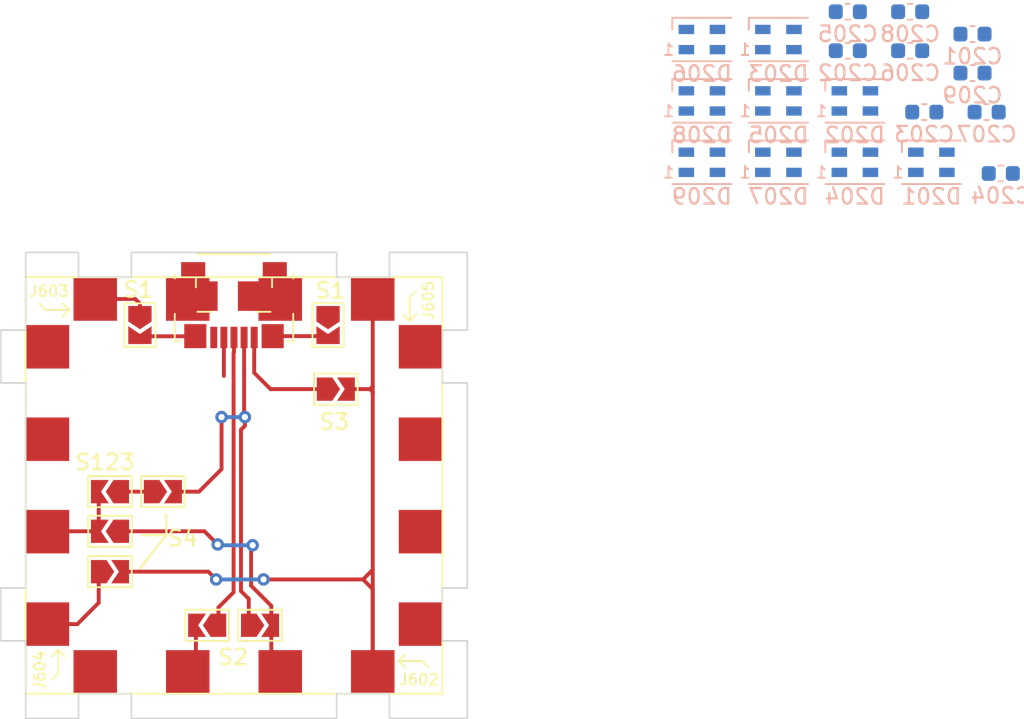
<source format=kicad_pcb>
(kicad_pcb (version 20171130) (host pcbnew 5.1.10)

  (general
    (thickness 1.6)
    (drawings 51)
    (tracks 68)
    (zones 0)
    (modules 33)
    (nets 24)
  )

  (page A4)
  (layers
    (0 F.Cu signal)
    (31 B.Cu signal)
    (32 B.Adhes user hide)
    (33 F.Adhes user hide)
    (34 B.Paste user hide)
    (35 F.Paste user hide)
    (36 B.SilkS user hide)
    (37 F.SilkS user)
    (38 B.Mask user hide)
    (39 F.Mask user hide)
    (40 Dwgs.User user)
    (41 Cmts.User user hide)
    (42 Eco1.User user hide)
    (43 Eco2.User user hide)
    (44 Edge.Cuts user)
    (45 Margin user hide)
    (46 B.CrtYd user hide)
    (47 F.CrtYd user)
    (48 B.Fab user hide)
    (49 F.Fab user hide)
  )

  (setup
    (last_trace_width 0.25)
    (trace_clearance 0.2)
    (zone_clearance 0.508)
    (zone_45_only no)
    (trace_min 0.2)
    (via_size 0.8)
    (via_drill 0.4)
    (via_min_size 0.4)
    (via_min_drill 0.3)
    (uvia_size 0.3)
    (uvia_drill 0.1)
    (uvias_allowed no)
    (uvia_min_size 0.2)
    (uvia_min_drill 0.1)
    (edge_width 0.1)
    (segment_width 0.2)
    (pcb_text_width 0.3)
    (pcb_text_size 1.5 1.5)
    (mod_edge_width 0.15)
    (mod_text_size 1 1)
    (mod_text_width 0.15)
    (pad_size 1.524 1.524)
    (pad_drill 0.762)
    (pad_to_mask_clearance 0)
    (aux_axis_origin 0 0)
    (visible_elements FFFFFF7F)
    (pcbplotparams
      (layerselection 0x010fc_ffffffff)
      (usegerberextensions false)
      (usegerberattributes true)
      (usegerberadvancedattributes true)
      (creategerberjobfile true)
      (excludeedgelayer true)
      (linewidth 0.100000)
      (plotframeref false)
      (viasonmask false)
      (mode 1)
      (useauxorigin false)
      (hpglpennumber 1)
      (hpglpenspeed 20)
      (hpglpendiameter 15.000000)
      (psnegative false)
      (psa4output false)
      (plotreference true)
      (plotvalue true)
      (plotinvisibletext false)
      (padsonsilk false)
      (subtractmaskfromsilk false)
      (outputformat 1)
      (mirror false)
      (drillshape 1)
      (scaleselection 1)
      (outputdirectory ""))
  )

  (net 0 "")
  (net 1 GND)
  (net 2 VLED)
  (net 3 /LED_DIN)
  (net 4 /LED_DOUT)
  (net 5 "Net-(J601-Pad6)")
  (net 6 "Net-(J601-Pad4)")
  (net 7 /USB_DP)
  (net 8 /USB_DM)
  (net 9 VBUS)
  (net 10 "Net-(J602-Pad3)")
  (net 11 /MULTI_3B)
  (net 12 "Net-(J602-Pad1)")
  (net 13 "Net-(J604-Pad3)")
  (net 14 "Net-(J604-Pad2)")
  (net 15 "Net-(J605-Pad3)")
  (net 16 "Net-(D201-Pad1)")
  (net 17 "Net-(D202-Pad1)")
  (net 18 "Net-(D202-Pad3)")
  (net 19 "Net-(D203-Pad1)")
  (net 20 "Net-(D203-Pad3)")
  (net 21 "Net-(D204-Pad1)")
  (net 22 "Net-(D205-Pad1)")
  (net 23 "Net-(D206-Pad1)")

  (net_class Default "This is the default net class."
    (clearance 0.2)
    (trace_width 0.25)
    (via_dia 0.8)
    (via_drill 0.4)
    (uvia_dia 0.3)
    (uvia_drill 0.1)
    (add_net /LED_DIN)
    (add_net /LED_DOUT)
    (add_net /MULTI_3B)
    (add_net /USB_DM)
    (add_net /USB_DP)
    (add_net GND)
    (add_net "Net-(D201-Pad1)")
    (add_net "Net-(D202-Pad1)")
    (add_net "Net-(D202-Pad3)")
    (add_net "Net-(D203-Pad1)")
    (add_net "Net-(D203-Pad3)")
    (add_net "Net-(D204-Pad1)")
    (add_net "Net-(D205-Pad1)")
    (add_net "Net-(D206-Pad1)")
    (add_net "Net-(J601-Pad4)")
    (add_net "Net-(J601-Pad6)")
    (add_net "Net-(J602-Pad1)")
    (add_net "Net-(J602-Pad3)")
    (add_net "Net-(J604-Pad2)")
    (add_net "Net-(J604-Pad3)")
    (add_net "Net-(J605-Pad3)")
    (add_net VBUS)
    (add_net VLED)
  )

  (module Jumper:SolderJumper-2_P1.3mm_Open_TrianglePad1.0x1.5mm (layer F.Cu) (tedit 5A64794F) (tstamp 60E6E435)
    (at 97.025 66.35 180)
    (descr "SMD Solder Jumper, 1x1.5mm Triangular Pads, 0.3mm gap, open")
    (tags "solder jumper open")
    (path /6083494B)
    (attr virtual)
    (fp_text reference JP609 (at 0 -1.8) (layer F.SilkS) hide
      (effects (font (size 1 1) (thickness 0.15)))
    )
    (fp_text value s4 (at 0 1.9) (layer F.Fab)
      (effects (font (size 1 1) (thickness 0.15)))
    )
    (fp_line (start -1.4 1) (end -1.4 -1) (layer F.SilkS) (width 0.12))
    (fp_line (start 1.4 1) (end -1.4 1) (layer F.SilkS) (width 0.12))
    (fp_line (start 1.4 -1) (end 1.4 1) (layer F.SilkS) (width 0.12))
    (fp_line (start -1.4 -1) (end 1.4 -1) (layer F.SilkS) (width 0.12))
    (fp_line (start -1.65 -1.25) (end 1.65 -1.25) (layer F.CrtYd) (width 0.05))
    (fp_line (start -1.65 -1.25) (end -1.65 1.25) (layer F.CrtYd) (width 0.05))
    (fp_line (start 1.65 1.25) (end 1.65 -1.25) (layer F.CrtYd) (width 0.05))
    (fp_line (start 1.65 1.25) (end -1.65 1.25) (layer F.CrtYd) (width 0.05))
    (pad 1 smd custom (at -0.725 0 180) (size 0.3 0.3) (layers F.Cu F.Mask)
      (net 11 /MULTI_3B) (zone_connect 2)
      (options (clearance outline) (anchor rect))
      (primitives
        (gr_poly (pts
           (xy -0.5 -0.75) (xy 0.5 -0.75) (xy 1 0) (xy 0.5 0.75) (xy -0.5 0.75)
) (width 0))
      ))
    (pad 2 smd custom (at 0.725 0 180) (size 0.3 0.3) (layers F.Cu F.Mask)
      (net 14 "Net-(J604-Pad2)") (zone_connect 2)
      (options (clearance outline) (anchor rect))
      (primitives
        (gr_poly (pts
           (xy -0.65 -0.75) (xy 0.5 -0.75) (xy 0.5 0.75) (xy -0.65 0.75) (xy -0.15 0)
) (width 0))
      ))
  )

  (module Jumper:SolderJumper-2_P1.3mm_Open_TrianglePad1.0x1.5mm (layer F.Cu) (tedit 5A64794F) (tstamp 60E6E427)
    (at 97.025 63.8 180)
    (descr "SMD Solder Jumper, 1x1.5mm Triangular Pads, 0.3mm gap, open")
    (tags "solder jumper open")
    (path /60803ACC)
    (attr virtual)
    (fp_text reference JP608 (at 0 -1.8) (layer F.SilkS) hide
      (effects (font (size 1 1) (thickness 0.15)))
    )
    (fp_text value s123 (at 0 1.9) (layer F.Fab)
      (effects (font (size 1 1) (thickness 0.15)))
    )
    (fp_line (start -1.4 1) (end -1.4 -1) (layer F.SilkS) (width 0.12))
    (fp_line (start 1.4 1) (end -1.4 1) (layer F.SilkS) (width 0.12))
    (fp_line (start 1.4 -1) (end 1.4 1) (layer F.SilkS) (width 0.12))
    (fp_line (start -1.4 -1) (end 1.4 -1) (layer F.SilkS) (width 0.12))
    (fp_line (start -1.65 -1.25) (end 1.65 -1.25) (layer F.CrtYd) (width 0.05))
    (fp_line (start -1.65 -1.25) (end -1.65 1.25) (layer F.CrtYd) (width 0.05))
    (fp_line (start 1.65 1.25) (end 1.65 -1.25) (layer F.CrtYd) (width 0.05))
    (fp_line (start 1.65 1.25) (end -1.65 1.25) (layer F.CrtYd) (width 0.05))
    (pad 1 smd custom (at -0.725 0 180) (size 0.3 0.3) (layers F.Cu F.Mask)
      (net 3 /LED_DIN) (zone_connect 2)
      (options (clearance outline) (anchor rect))
      (primitives
        (gr_poly (pts
           (xy -0.5 -0.75) (xy 0.5 -0.75) (xy 1 0) (xy 0.5 0.75) (xy -0.5 0.75)
) (width 0))
      ))
    (pad 2 smd custom (at 0.725 0 180) (size 0.3 0.3) (layers F.Cu F.Mask)
      (net 14 "Net-(J604-Pad2)") (zone_connect 2)
      (options (clearance outline) (anchor rect))
      (primitives
        (gr_poly (pts
           (xy -0.65 -0.75) (xy 0.5 -0.75) (xy 0.5 0.75) (xy -0.65 0.75) (xy -0.15 0)
) (width 0))
      ))
  )

  (module Jumper:SolderJumper-2_P1.3mm_Open_TrianglePad1.0x1.5mm (layer F.Cu) (tedit 5A64794F) (tstamp 60E6E419)
    (at 100.425 63.8)
    (descr "SMD Solder Jumper, 1x1.5mm Triangular Pads, 0.3mm gap, open")
    (tags "solder jumper open")
    (path /60801632)
    (attr virtual)
    (fp_text reference JP607 (at 0 -1.8) (layer F.SilkS) hide
      (effects (font (size 1 1) (thickness 0.15)))
    )
    (fp_text value s4 (at 0 1.9) (layer F.Fab)
      (effects (font (size 1 1) (thickness 0.15)))
    )
    (fp_line (start -1.4 1) (end -1.4 -1) (layer F.SilkS) (width 0.12))
    (fp_line (start 1.4 1) (end -1.4 1) (layer F.SilkS) (width 0.12))
    (fp_line (start 1.4 -1) (end 1.4 1) (layer F.SilkS) (width 0.12))
    (fp_line (start -1.4 -1) (end 1.4 -1) (layer F.SilkS) (width 0.12))
    (fp_line (start -1.65 -1.25) (end 1.65 -1.25) (layer F.CrtYd) (width 0.05))
    (fp_line (start -1.65 -1.25) (end -1.65 1.25) (layer F.CrtYd) (width 0.05))
    (fp_line (start 1.65 1.25) (end 1.65 -1.25) (layer F.CrtYd) (width 0.05))
    (fp_line (start 1.65 1.25) (end -1.65 1.25) (layer F.CrtYd) (width 0.05))
    (pad 1 smd custom (at -0.725 0) (size 0.3 0.3) (layers F.Cu F.Mask)
      (net 3 /LED_DIN) (zone_connect 2)
      (options (clearance outline) (anchor rect))
      (primitives
        (gr_poly (pts
           (xy -0.5 -0.75) (xy 0.5 -0.75) (xy 1 0) (xy 0.5 0.75) (xy -0.5 0.75)
) (width 0))
      ))
    (pad 2 smd custom (at 0.725 0) (size 0.3 0.3) (layers F.Cu F.Mask)
      (net 8 /USB_DM) (zone_connect 2)
      (options (clearance outline) (anchor rect))
      (primitives
        (gr_poly (pts
           (xy -0.65 -0.75) (xy 0.5 -0.75) (xy 0.5 0.75) (xy -0.65 0.75) (xy -0.15 0)
) (width 0))
      ))
  )

  (module Jumper:SolderJumper-2_P1.3mm_Open_TrianglePad1.0x1.5mm (layer F.Cu) (tedit 5A64794F) (tstamp 60E76A87)
    (at 103.275 72.4 180)
    (descr "SMD Solder Jumper, 1x1.5mm Triangular Pads, 0.3mm gap, open")
    (tags "solder jumper open")
    (path /608879D6)
    (attr virtual)
    (fp_text reference JP606 (at 0 -1.8) (layer F.SilkS) hide
      (effects (font (size 1 1) (thickness 0.15)))
    )
    (fp_text value s2 (at 0 1.9) (layer F.Fab)
      (effects (font (size 1 1) (thickness 0.15)))
    )
    (fp_line (start -1.4 1) (end -1.4 -1) (layer F.SilkS) (width 0.12))
    (fp_line (start 1.4 1) (end -1.4 1) (layer F.SilkS) (width 0.12))
    (fp_line (start 1.4 -1) (end 1.4 1) (layer F.SilkS) (width 0.12))
    (fp_line (start -1.4 -1) (end 1.4 -1) (layer F.SilkS) (width 0.12))
    (fp_line (start -1.65 -1.25) (end 1.65 -1.25) (layer F.CrtYd) (width 0.05))
    (fp_line (start -1.65 -1.25) (end -1.65 1.25) (layer F.CrtYd) (width 0.05))
    (fp_line (start 1.65 1.25) (end 1.65 -1.25) (layer F.CrtYd) (width 0.05))
    (fp_line (start 1.65 1.25) (end -1.65 1.25) (layer F.CrtYd) (width 0.05))
    (pad 1 smd custom (at -0.725 0 180) (size 0.3 0.3) (layers F.Cu F.Mask)
      (net 7 /USB_DP) (zone_connect 2)
      (options (clearance outline) (anchor rect))
      (primitives
        (gr_poly (pts
           (xy -0.5 -0.75) (xy 0.5 -0.75) (xy 1 0) (xy 0.5 0.75) (xy -0.5 0.75)
) (width 0))
      ))
    (pad 2 smd custom (at 0.725 0 180) (size 0.3 0.3) (layers F.Cu F.Mask)
      (net 10 "Net-(J602-Pad3)") (zone_connect 2)
      (options (clearance outline) (anchor rect))
      (primitives
        (gr_poly (pts
           (xy -0.65 -0.75) (xy 0.5 -0.75) (xy 0.5 0.75) (xy -0.65 0.75) (xy -0.15 0)
) (width 0))
      ))
  )

  (module Jumper:SolderJumper-2_P1.3mm_Open_TrianglePad1.0x1.5mm (layer F.Cu) (tedit 5A64794F) (tstamp 60E6E3FD)
    (at 106.675 72.4)
    (descr "SMD Solder Jumper, 1x1.5mm Triangular Pads, 0.3mm gap, open")
    (tags "solder jumper open")
    (path /607B4271)
    (attr virtual)
    (fp_text reference JP605 (at 0 -1.8) (layer F.SilkS) hide
      (effects (font (size 1 1) (thickness 0.15)))
    )
    (fp_text value s2 (at 0 1.9) (layer F.Fab)
      (effects (font (size 1 1) (thickness 0.15)))
    )
    (fp_line (start -1.4 1) (end -1.4 -1) (layer F.SilkS) (width 0.12))
    (fp_line (start 1.4 1) (end -1.4 1) (layer F.SilkS) (width 0.12))
    (fp_line (start 1.4 -1) (end 1.4 1) (layer F.SilkS) (width 0.12))
    (fp_line (start -1.4 -1) (end 1.4 -1) (layer F.SilkS) (width 0.12))
    (fp_line (start -1.65 -1.25) (end 1.65 -1.25) (layer F.CrtYd) (width 0.05))
    (fp_line (start -1.65 -1.25) (end -1.65 1.25) (layer F.CrtYd) (width 0.05))
    (fp_line (start 1.65 1.25) (end 1.65 -1.25) (layer F.CrtYd) (width 0.05))
    (fp_line (start 1.65 1.25) (end -1.65 1.25) (layer F.CrtYd) (width 0.05))
    (pad 1 smd custom (at -0.725 0) (size 0.3 0.3) (layers F.Cu F.Mask)
      (net 8 /USB_DM) (zone_connect 2)
      (options (clearance outline) (anchor rect))
      (primitives
        (gr_poly (pts
           (xy -0.5 -0.75) (xy 0.5 -0.75) (xy 1 0) (xy 0.5 0.75) (xy -0.5 0.75)
) (width 0))
      ))
    (pad 2 smd custom (at 0.725 0) (size 0.3 0.3) (layers F.Cu F.Mask)
      (net 11 /MULTI_3B) (zone_connect 2)
      (options (clearance outline) (anchor rect))
      (primitives
        (gr_poly (pts
           (xy -0.65 -0.75) (xy 0.5 -0.75) (xy 0.5 0.75) (xy -0.65 0.75) (xy -0.15 0)
) (width 0))
      ))
  )

  (module Jumper:SolderJumper-2_P1.3mm_Open_TrianglePad1.0x1.5mm (layer F.Cu) (tedit 5A64794F) (tstamp 60E6E3EF)
    (at 111.55 57.2)
    (descr "SMD Solder Jumper, 1x1.5mm Triangular Pads, 0.3mm gap, open")
    (tags "solder jumper open")
    (path /60606EBB)
    (attr virtual)
    (fp_text reference JP604 (at 0 -1.8) (layer F.SilkS) hide
      (effects (font (size 1 1) (thickness 0.15)))
    )
    (fp_text value s3 (at 0 1.9) (layer F.Fab)
      (effects (font (size 1 1) (thickness 0.15)))
    )
    (fp_line (start -1.4 1) (end -1.4 -1) (layer F.SilkS) (width 0.12))
    (fp_line (start 1.4 1) (end -1.4 1) (layer F.SilkS) (width 0.12))
    (fp_line (start 1.4 -1) (end 1.4 1) (layer F.SilkS) (width 0.12))
    (fp_line (start -1.4 -1) (end 1.4 -1) (layer F.SilkS) (width 0.12))
    (fp_line (start -1.65 -1.25) (end 1.65 -1.25) (layer F.CrtYd) (width 0.05))
    (fp_line (start -1.65 -1.25) (end -1.65 1.25) (layer F.CrtYd) (width 0.05))
    (fp_line (start 1.65 1.25) (end 1.65 -1.25) (layer F.CrtYd) (width 0.05))
    (fp_line (start 1.65 1.25) (end -1.65 1.25) (layer F.CrtYd) (width 0.05))
    (pad 1 smd custom (at -0.725 0) (size 0.3 0.3) (layers F.Cu F.Mask)
      (net 9 VBUS) (zone_connect 2)
      (options (clearance outline) (anchor rect))
      (primitives
        (gr_poly (pts
           (xy -0.5 -0.75) (xy 0.5 -0.75) (xy 1 0) (xy 0.5 0.75) (xy -0.5 0.75)
) (width 0))
      ))
    (pad 2 smd custom (at 0.725 0) (size 0.3 0.3) (layers F.Cu F.Mask)
      (net 12 "Net-(J602-Pad1)") (zone_connect 2)
      (options (clearance outline) (anchor rect))
      (primitives
        (gr_poly (pts
           (xy -0.65 -0.75) (xy 0.5 -0.75) (xy 0.5 0.75) (xy -0.65 0.75) (xy -0.15 0)
) (width 0))
      ))
  )

  (module Jumper:SolderJumper-2_P1.3mm_Open_TrianglePad1.0x1.5mm (layer F.Cu) (tedit 5A64794F) (tstamp 60E6E3E1)
    (at 97.025 68.95)
    (descr "SMD Solder Jumper, 1x1.5mm Triangular Pads, 0.3mm gap, open")
    (tags "solder jumper open")
    (path /605AA1AC)
    (attr virtual)
    (fp_text reference JP603 (at 0 -1.8) (layer F.SilkS) hide
      (effects (font (size 1 1) (thickness 0.15)))
    )
    (fp_text value s4 (at 0 1.9) (layer F.Fab)
      (effects (font (size 1 1) (thickness 0.15)))
    )
    (fp_line (start -1.4 1) (end -1.4 -1) (layer F.SilkS) (width 0.12))
    (fp_line (start 1.4 1) (end -1.4 1) (layer F.SilkS) (width 0.12))
    (fp_line (start 1.4 -1) (end 1.4 1) (layer F.SilkS) (width 0.12))
    (fp_line (start -1.4 -1) (end 1.4 -1) (layer F.SilkS) (width 0.12))
    (fp_line (start -1.65 -1.25) (end 1.65 -1.25) (layer F.CrtYd) (width 0.05))
    (fp_line (start -1.65 -1.25) (end -1.65 1.25) (layer F.CrtYd) (width 0.05))
    (fp_line (start 1.65 1.25) (end 1.65 -1.25) (layer F.CrtYd) (width 0.05))
    (fp_line (start 1.65 1.25) (end -1.65 1.25) (layer F.CrtYd) (width 0.05))
    (pad 1 smd custom (at -0.725 0) (size 0.3 0.3) (layers F.Cu F.Mask)
      (net 2 VLED) (zone_connect 2)
      (options (clearance outline) (anchor rect))
      (primitives
        (gr_poly (pts
           (xy -0.5 -0.75) (xy 0.5 -0.75) (xy 1 0) (xy 0.5 0.75) (xy -0.5 0.75)
) (width 0))
      ))
    (pad 2 smd custom (at 0.725 0) (size 0.3 0.3) (layers F.Cu F.Mask)
      (net 12 "Net-(J602-Pad1)") (zone_connect 2)
      (options (clearance outline) (anchor rect))
      (primitives
        (gr_poly (pts
           (xy -0.65 -0.75) (xy 0.5 -0.75) (xy 0.5 0.75) (xy -0.65 0.75) (xy -0.15 0)
) (width 0))
      ))
  )

  (module Jumper:SolderJumper-2_P1.3mm_Open_TrianglePad1.0x1.5mm (layer F.Cu) (tedit 5A64794F) (tstamp 60E6E3D3)
    (at 98.95 53.075 270)
    (descr "SMD Solder Jumper, 1x1.5mm Triangular Pads, 0.3mm gap, open")
    (tags "solder jumper open")
    (path /60A0C5F6)
    (attr virtual)
    (fp_text reference JP602 (at 0 -1.8 90) (layer F.SilkS) hide
      (effects (font (size 1 1) (thickness 0.15)))
    )
    (fp_text value s1 (at 0 1.9 90) (layer F.Fab)
      (effects (font (size 1 1) (thickness 0.15)))
    )
    (fp_line (start -1.4 1) (end -1.4 -1) (layer F.SilkS) (width 0.12))
    (fp_line (start 1.4 1) (end -1.4 1) (layer F.SilkS) (width 0.12))
    (fp_line (start 1.4 -1) (end 1.4 1) (layer F.SilkS) (width 0.12))
    (fp_line (start -1.4 -1) (end 1.4 -1) (layer F.SilkS) (width 0.12))
    (fp_line (start -1.65 -1.25) (end 1.65 -1.25) (layer F.CrtYd) (width 0.05))
    (fp_line (start -1.65 -1.25) (end -1.65 1.25) (layer F.CrtYd) (width 0.05))
    (fp_line (start 1.65 1.25) (end 1.65 -1.25) (layer F.CrtYd) (width 0.05))
    (fp_line (start 1.65 1.25) (end -1.65 1.25) (layer F.CrtYd) (width 0.05))
    (pad 1 smd custom (at -0.725 0 270) (size 0.3 0.3) (layers F.Cu F.Mask)
      (net 1 GND) (zone_connect 2)
      (options (clearance outline) (anchor rect))
      (primitives
        (gr_poly (pts
           (xy -0.5 -0.75) (xy 0.5 -0.75) (xy 1 0) (xy 0.5 0.75) (xy -0.5 0.75)
) (width 0))
      ))
    (pad 2 smd custom (at 0.725 0 270) (size 0.3 0.3) (layers F.Cu F.Mask)
      (net 5 "Net-(J601-Pad6)") (zone_connect 2)
      (options (clearance outline) (anchor rect))
      (primitives
        (gr_poly (pts
           (xy -0.65 -0.75) (xy 0.5 -0.75) (xy 0.5 0.75) (xy -0.65 0.75) (xy -0.15 0)
) (width 0))
      ))
  )

  (module Jumper:SolderJumper-2_P1.3mm_Open_TrianglePad1.0x1.5mm (layer F.Cu) (tedit 5A64794F) (tstamp 60E6E3C5)
    (at 111.05 53.075 270)
    (descr "SMD Solder Jumper, 1x1.5mm Triangular Pads, 0.3mm gap, open")
    (tags "solder jumper open")
    (path /60559F6A)
    (attr virtual)
    (fp_text reference JP601 (at 0 -1.8 90) (layer F.SilkS) hide
      (effects (font (size 1 1) (thickness 0.15)))
    )
    (fp_text value s1 (at 0 1.9 90) (layer F.Fab)
      (effects (font (size 1 1) (thickness 0.15)))
    )
    (fp_line (start -1.4 1) (end -1.4 -1) (layer F.SilkS) (width 0.12))
    (fp_line (start 1.4 1) (end -1.4 1) (layer F.SilkS) (width 0.12))
    (fp_line (start 1.4 -1) (end 1.4 1) (layer F.SilkS) (width 0.12))
    (fp_line (start -1.4 -1) (end 1.4 -1) (layer F.SilkS) (width 0.12))
    (fp_line (start -1.65 -1.25) (end 1.65 -1.25) (layer F.CrtYd) (width 0.05))
    (fp_line (start -1.65 -1.25) (end -1.65 1.25) (layer F.CrtYd) (width 0.05))
    (fp_line (start 1.65 1.25) (end 1.65 -1.25) (layer F.CrtYd) (width 0.05))
    (fp_line (start 1.65 1.25) (end -1.65 1.25) (layer F.CrtYd) (width 0.05))
    (pad 1 smd custom (at -0.725 0 270) (size 0.3 0.3) (layers F.Cu F.Mask)
      (net 1 GND) (zone_connect 2)
      (options (clearance outline) (anchor rect))
      (primitives
        (gr_poly (pts
           (xy -0.5 -0.75) (xy 0.5 -0.75) (xy 1 0) (xy 0.5 0.75) (xy -0.5 0.75)
) (width 0))
      ))
    (pad 2 smd custom (at 0.725 0 270) (size 0.3 0.3) (layers F.Cu F.Mask)
      (net 5 "Net-(J601-Pad6)") (zone_connect 2)
      (options (clearance outline) (anchor rect))
      (primitives
        (gr_poly (pts
           (xy -0.65 -0.75) (xy 0.5 -0.75) (xy 0.5 0.75) (xy -0.65 0.75) (xy -0.15 0)
) (width 0))
      ))
  )

  (module LED_SMD:LED_SK6805_PLCC4_2.4x2.7mm_P1.3mm (layer B.Cu) (tedit 5AA4B1EE) (tstamp 60E6F7A2)
    (at 135.095 42.6)
    (descr https://cdn-shop.adafruit.com/product-files/3484/3484_Datasheet.pdf)
    (tags "LED RGB NeoPixel Nano")
    (path /6052A1F5/605D0E99)
    (attr smd)
    (fp_text reference D209 (at 0 2.2) (layer B.SilkS)
      (effects (font (size 1 1) (thickness 0.15)) (justify mirror))
    )
    (fp_text value SK6805 (at 0 -2.7) (layer B.Fab)
      (effects (font (size 1 1) (thickness 0.15)) (justify mirror))
    )
    (fp_text user %R (at 0 0) (layer B.Fab)
      (effects (font (size 0.4 0.4) (thickness 0.08)) (justify mirror))
    )
    (fp_text user 1 (at -2.15 0.65) (layer B.SilkS)
      (effects (font (size 0.75 0.75) (thickness 0.12)) (justify mirror))
    )
    (fp_line (start 1.75 1.45) (end -1.75 1.45) (layer B.CrtYd) (width 0.05))
    (fp_line (start 1.75 -1.45) (end 1.75 1.45) (layer B.CrtYd) (width 0.05))
    (fp_line (start -1.75 -1.45) (end 1.75 -1.45) (layer B.CrtYd) (width 0.05))
    (fp_line (start -1.75 1.45) (end -1.75 -1.45) (layer B.CrtYd) (width 0.05))
    (fp_line (start -1.35 -0.6) (end -0.75 -1.2) (layer B.Fab) (width 0.1))
    (fp_line (start -1.35 1.2) (end -1.35 -1.2) (layer B.Fab) (width 0.1))
    (fp_line (start -1.35 -1.2) (end 1.35 -1.2) (layer B.Fab) (width 0.1))
    (fp_line (start 1.35 -1.2) (end 1.35 1.2) (layer B.Fab) (width 0.1))
    (fp_line (start 1.35 1.2) (end -1.35 1.2) (layer B.Fab) (width 0.1))
    (fp_line (start -1.9 1.4) (end 1.9 1.4) (layer B.SilkS) (width 0.12))
    (fp_line (start -1.9 -1.4) (end 1.9 -1.4) (layer B.SilkS) (width 0.12))
    (fp_line (start -1.9 -1.4) (end -1.9 -0.65) (layer B.SilkS) (width 0.12))
    (fp_circle (center 0 0) (end 0 1) (layer B.Fab) (width 0.1))
    (pad 1 smd rect (at -1 0.65) (size 1 0.6) (layers B.Cu B.Paste B.Mask)
      (net 4 /LED_DOUT))
    (pad 2 smd rect (at -1 -0.65) (size 1 0.6) (layers B.Cu B.Paste B.Mask)
      (net 1 GND))
    (pad 4 smd rect (at 1 0.65) (size 1 0.6) (layers B.Cu B.Paste B.Mask)
      (net 2 VLED))
    (pad 3 smd rect (at 1 -0.65) (size 1 0.6) (layers B.Cu B.Paste B.Mask)
      (net 23 "Net-(D206-Pad1)"))
    (model ${KISYS3DMOD}/LED_SMD.3dshapes/LED_SK6805_PLCC4_2.4x2.7mm_P1.3mm.wrl
      (at (xyz 0 0 0))
      (scale (xyz 1 1 1))
      (rotate (xyz 0 0 0))
    )
  )

  (module LED_SMD:LED_SK6805_PLCC4_2.4x2.7mm_P1.3mm (layer B.Cu) (tedit 5AA4B1EE) (tstamp 60E6F78B)
    (at 135.095 38.65)
    (descr https://cdn-shop.adafruit.com/product-files/3484/3484_Datasheet.pdf)
    (tags "LED RGB NeoPixel Nano")
    (path /6052A1F5/605BB090)
    (attr smd)
    (fp_text reference D208 (at 0 2.2) (layer B.SilkS)
      (effects (font (size 1 1) (thickness 0.15)) (justify mirror))
    )
    (fp_text value SK6805 (at 0 -2.7) (layer B.Fab)
      (effects (font (size 1 1) (thickness 0.15)) (justify mirror))
    )
    (fp_text user %R (at 0 0) (layer B.Fab)
      (effects (font (size 0.4 0.4) (thickness 0.08)) (justify mirror))
    )
    (fp_text user 1 (at -2.15 0.65) (layer B.SilkS)
      (effects (font (size 0.75 0.75) (thickness 0.12)) (justify mirror))
    )
    (fp_line (start 1.75 1.45) (end -1.75 1.45) (layer B.CrtYd) (width 0.05))
    (fp_line (start 1.75 -1.45) (end 1.75 1.45) (layer B.CrtYd) (width 0.05))
    (fp_line (start -1.75 -1.45) (end 1.75 -1.45) (layer B.CrtYd) (width 0.05))
    (fp_line (start -1.75 1.45) (end -1.75 -1.45) (layer B.CrtYd) (width 0.05))
    (fp_line (start -1.35 -0.6) (end -0.75 -1.2) (layer B.Fab) (width 0.1))
    (fp_line (start -1.35 1.2) (end -1.35 -1.2) (layer B.Fab) (width 0.1))
    (fp_line (start -1.35 -1.2) (end 1.35 -1.2) (layer B.Fab) (width 0.1))
    (fp_line (start 1.35 -1.2) (end 1.35 1.2) (layer B.Fab) (width 0.1))
    (fp_line (start 1.35 1.2) (end -1.35 1.2) (layer B.Fab) (width 0.1))
    (fp_line (start -1.9 1.4) (end 1.9 1.4) (layer B.SilkS) (width 0.12))
    (fp_line (start -1.9 -1.4) (end 1.9 -1.4) (layer B.SilkS) (width 0.12))
    (fp_line (start -1.9 -1.4) (end -1.9 -0.65) (layer B.SilkS) (width 0.12))
    (fp_circle (center 0 0) (end 0 1) (layer B.Fab) (width 0.1))
    (pad 1 smd rect (at -1 0.65) (size 1 0.6) (layers B.Cu B.Paste B.Mask)
      (net 20 "Net-(D203-Pad3)"))
    (pad 2 smd rect (at -1 -0.65) (size 1 0.6) (layers B.Cu B.Paste B.Mask)
      (net 1 GND))
    (pad 4 smd rect (at 1 0.65) (size 1 0.6) (layers B.Cu B.Paste B.Mask)
      (net 2 VLED))
    (pad 3 smd rect (at 1 -0.65) (size 1 0.6) (layers B.Cu B.Paste B.Mask)
      (net 22 "Net-(D205-Pad1)"))
    (model ${KISYS3DMOD}/LED_SMD.3dshapes/LED_SK6805_PLCC4_2.4x2.7mm_P1.3mm.wrl
      (at (xyz 0 0 0))
      (scale (xyz 1 1 1))
      (rotate (xyz 0 0 0))
    )
  )

  (module LED_SMD:LED_SK6805_PLCC4_2.4x2.7mm_P1.3mm (layer B.Cu) (tedit 5AA4B1EE) (tstamp 60E6F774)
    (at 140.015 42.6)
    (descr https://cdn-shop.adafruit.com/product-files/3484/3484_Datasheet.pdf)
    (tags "LED RGB NeoPixel Nano")
    (path /6052A1F5/6059DA5A)
    (attr smd)
    (fp_text reference D207 (at 0 2.2) (layer B.SilkS)
      (effects (font (size 1 1) (thickness 0.15)) (justify mirror))
    )
    (fp_text value SK6805 (at 0 -2.7) (layer B.Fab)
      (effects (font (size 1 1) (thickness 0.15)) (justify mirror))
    )
    (fp_text user %R (at 0 0) (layer B.Fab)
      (effects (font (size 0.4 0.4) (thickness 0.08)) (justify mirror))
    )
    (fp_text user 1 (at -2.15 0.65) (layer B.SilkS)
      (effects (font (size 0.75 0.75) (thickness 0.12)) (justify mirror))
    )
    (fp_line (start 1.75 1.45) (end -1.75 1.45) (layer B.CrtYd) (width 0.05))
    (fp_line (start 1.75 -1.45) (end 1.75 1.45) (layer B.CrtYd) (width 0.05))
    (fp_line (start -1.75 -1.45) (end 1.75 -1.45) (layer B.CrtYd) (width 0.05))
    (fp_line (start -1.75 1.45) (end -1.75 -1.45) (layer B.CrtYd) (width 0.05))
    (fp_line (start -1.35 -0.6) (end -0.75 -1.2) (layer B.Fab) (width 0.1))
    (fp_line (start -1.35 1.2) (end -1.35 -1.2) (layer B.Fab) (width 0.1))
    (fp_line (start -1.35 -1.2) (end 1.35 -1.2) (layer B.Fab) (width 0.1))
    (fp_line (start 1.35 -1.2) (end 1.35 1.2) (layer B.Fab) (width 0.1))
    (fp_line (start 1.35 1.2) (end -1.35 1.2) (layer B.Fab) (width 0.1))
    (fp_line (start -1.9 1.4) (end 1.9 1.4) (layer B.SilkS) (width 0.12))
    (fp_line (start -1.9 -1.4) (end 1.9 -1.4) (layer B.SilkS) (width 0.12))
    (fp_line (start -1.9 -1.4) (end -1.9 -0.65) (layer B.SilkS) (width 0.12))
    (fp_circle (center 0 0) (end 0 1) (layer B.Fab) (width 0.1))
    (pad 1 smd rect (at -1 0.65) (size 1 0.6) (layers B.Cu B.Paste B.Mask)
      (net 18 "Net-(D202-Pad3)"))
    (pad 2 smd rect (at -1 -0.65) (size 1 0.6) (layers B.Cu B.Paste B.Mask)
      (net 1 GND))
    (pad 4 smd rect (at 1 0.65) (size 1 0.6) (layers B.Cu B.Paste B.Mask)
      (net 2 VLED))
    (pad 3 smd rect (at 1 -0.65) (size 1 0.6) (layers B.Cu B.Paste B.Mask)
      (net 21 "Net-(D204-Pad1)"))
    (model ${KISYS3DMOD}/LED_SMD.3dshapes/LED_SK6805_PLCC4_2.4x2.7mm_P1.3mm.wrl
      (at (xyz 0 0 0))
      (scale (xyz 1 1 1))
      (rotate (xyz 0 0 0))
    )
  )

  (module LED_SMD:LED_SK6805_PLCC4_2.4x2.7mm_P1.3mm (layer B.Cu) (tedit 5AA4B1EE) (tstamp 60E6F75D)
    (at 135.095 34.7)
    (descr https://cdn-shop.adafruit.com/product-files/3484/3484_Datasheet.pdf)
    (tags "LED RGB NeoPixel Nano")
    (path /6052A1F5/605D0E75)
    (attr smd)
    (fp_text reference D206 (at 0 2.2) (layer B.SilkS)
      (effects (font (size 1 1) (thickness 0.15)) (justify mirror))
    )
    (fp_text value SK6805 (at 0 -2.7) (layer B.Fab)
      (effects (font (size 1 1) (thickness 0.15)) (justify mirror))
    )
    (fp_text user %R (at 0 0) (layer B.Fab)
      (effects (font (size 0.4 0.4) (thickness 0.08)) (justify mirror))
    )
    (fp_text user 1 (at -2.15 0.65) (layer B.SilkS)
      (effects (font (size 0.75 0.75) (thickness 0.12)) (justify mirror))
    )
    (fp_line (start 1.75 1.45) (end -1.75 1.45) (layer B.CrtYd) (width 0.05))
    (fp_line (start 1.75 -1.45) (end 1.75 1.45) (layer B.CrtYd) (width 0.05))
    (fp_line (start -1.75 -1.45) (end 1.75 -1.45) (layer B.CrtYd) (width 0.05))
    (fp_line (start -1.75 1.45) (end -1.75 -1.45) (layer B.CrtYd) (width 0.05))
    (fp_line (start -1.35 -0.6) (end -0.75 -1.2) (layer B.Fab) (width 0.1))
    (fp_line (start -1.35 1.2) (end -1.35 -1.2) (layer B.Fab) (width 0.1))
    (fp_line (start -1.35 -1.2) (end 1.35 -1.2) (layer B.Fab) (width 0.1))
    (fp_line (start 1.35 -1.2) (end 1.35 1.2) (layer B.Fab) (width 0.1))
    (fp_line (start 1.35 1.2) (end -1.35 1.2) (layer B.Fab) (width 0.1))
    (fp_line (start -1.9 1.4) (end 1.9 1.4) (layer B.SilkS) (width 0.12))
    (fp_line (start -1.9 -1.4) (end 1.9 -1.4) (layer B.SilkS) (width 0.12))
    (fp_line (start -1.9 -1.4) (end -1.9 -0.65) (layer B.SilkS) (width 0.12))
    (fp_circle (center 0 0) (end 0 1) (layer B.Fab) (width 0.1))
    (pad 1 smd rect (at -1 0.65) (size 1 0.6) (layers B.Cu B.Paste B.Mask)
      (net 23 "Net-(D206-Pad1)"))
    (pad 2 smd rect (at -1 -0.65) (size 1 0.6) (layers B.Cu B.Paste B.Mask)
      (net 1 GND))
    (pad 4 smd rect (at 1 0.65) (size 1 0.6) (layers B.Cu B.Paste B.Mask)
      (net 2 VLED))
    (pad 3 smd rect (at 1 -0.65) (size 1 0.6) (layers B.Cu B.Paste B.Mask)
      (net 19 "Net-(D203-Pad1)"))
    (model ${KISYS3DMOD}/LED_SMD.3dshapes/LED_SK6805_PLCC4_2.4x2.7mm_P1.3mm.wrl
      (at (xyz 0 0 0))
      (scale (xyz 1 1 1))
      (rotate (xyz 0 0 0))
    )
  )

  (module LED_SMD:LED_SK6805_PLCC4_2.4x2.7mm_P1.3mm (layer B.Cu) (tedit 5AA4B1EE) (tstamp 60E6F746)
    (at 140.015 38.65)
    (descr https://cdn-shop.adafruit.com/product-files/3484/3484_Datasheet.pdf)
    (tags "LED RGB NeoPixel Nano")
    (path /6052A1F5/605BB06C)
    (attr smd)
    (fp_text reference D205 (at 0 2.2) (layer B.SilkS)
      (effects (font (size 1 1) (thickness 0.15)) (justify mirror))
    )
    (fp_text value SK6805 (at 0 -2.7) (layer B.Fab)
      (effects (font (size 1 1) (thickness 0.15)) (justify mirror))
    )
    (fp_text user %R (at 0 0) (layer B.Fab)
      (effects (font (size 0.4 0.4) (thickness 0.08)) (justify mirror))
    )
    (fp_text user 1 (at -2.15 0.65) (layer B.SilkS)
      (effects (font (size 0.75 0.75) (thickness 0.12)) (justify mirror))
    )
    (fp_line (start 1.75 1.45) (end -1.75 1.45) (layer B.CrtYd) (width 0.05))
    (fp_line (start 1.75 -1.45) (end 1.75 1.45) (layer B.CrtYd) (width 0.05))
    (fp_line (start -1.75 -1.45) (end 1.75 -1.45) (layer B.CrtYd) (width 0.05))
    (fp_line (start -1.75 1.45) (end -1.75 -1.45) (layer B.CrtYd) (width 0.05))
    (fp_line (start -1.35 -0.6) (end -0.75 -1.2) (layer B.Fab) (width 0.1))
    (fp_line (start -1.35 1.2) (end -1.35 -1.2) (layer B.Fab) (width 0.1))
    (fp_line (start -1.35 -1.2) (end 1.35 -1.2) (layer B.Fab) (width 0.1))
    (fp_line (start 1.35 -1.2) (end 1.35 1.2) (layer B.Fab) (width 0.1))
    (fp_line (start 1.35 1.2) (end -1.35 1.2) (layer B.Fab) (width 0.1))
    (fp_line (start -1.9 1.4) (end 1.9 1.4) (layer B.SilkS) (width 0.12))
    (fp_line (start -1.9 -1.4) (end 1.9 -1.4) (layer B.SilkS) (width 0.12))
    (fp_line (start -1.9 -1.4) (end -1.9 -0.65) (layer B.SilkS) (width 0.12))
    (fp_circle (center 0 0) (end 0 1) (layer B.Fab) (width 0.1))
    (pad 1 smd rect (at -1 0.65) (size 1 0.6) (layers B.Cu B.Paste B.Mask)
      (net 22 "Net-(D205-Pad1)"))
    (pad 2 smd rect (at -1 -0.65) (size 1 0.6) (layers B.Cu B.Paste B.Mask)
      (net 1 GND))
    (pad 4 smd rect (at 1 0.65) (size 1 0.6) (layers B.Cu B.Paste B.Mask)
      (net 2 VLED))
    (pad 3 smd rect (at 1 -0.65) (size 1 0.6) (layers B.Cu B.Paste B.Mask)
      (net 17 "Net-(D202-Pad1)"))
    (model ${KISYS3DMOD}/LED_SMD.3dshapes/LED_SK6805_PLCC4_2.4x2.7mm_P1.3mm.wrl
      (at (xyz 0 0 0))
      (scale (xyz 1 1 1))
      (rotate (xyz 0 0 0))
    )
  )

  (module LED_SMD:LED_SK6805_PLCC4_2.4x2.7mm_P1.3mm (layer B.Cu) (tedit 5AA4B1EE) (tstamp 60E6F72F)
    (at 144.935 42.6)
    (descr https://cdn-shop.adafruit.com/product-files/3484/3484_Datasheet.pdf)
    (tags "LED RGB NeoPixel Nano")
    (path /6052A1F5/6059476D)
    (attr smd)
    (fp_text reference D204 (at 0 2.2) (layer B.SilkS)
      (effects (font (size 1 1) (thickness 0.15)) (justify mirror))
    )
    (fp_text value SK6805 (at 0 -2.7) (layer B.Fab)
      (effects (font (size 1 1) (thickness 0.15)) (justify mirror))
    )
    (fp_text user %R (at 0 0) (layer B.Fab)
      (effects (font (size 0.4 0.4) (thickness 0.08)) (justify mirror))
    )
    (fp_text user 1 (at -2.15 0.65) (layer B.SilkS)
      (effects (font (size 0.75 0.75) (thickness 0.12)) (justify mirror))
    )
    (fp_line (start 1.75 1.45) (end -1.75 1.45) (layer B.CrtYd) (width 0.05))
    (fp_line (start 1.75 -1.45) (end 1.75 1.45) (layer B.CrtYd) (width 0.05))
    (fp_line (start -1.75 -1.45) (end 1.75 -1.45) (layer B.CrtYd) (width 0.05))
    (fp_line (start -1.75 1.45) (end -1.75 -1.45) (layer B.CrtYd) (width 0.05))
    (fp_line (start -1.35 -0.6) (end -0.75 -1.2) (layer B.Fab) (width 0.1))
    (fp_line (start -1.35 1.2) (end -1.35 -1.2) (layer B.Fab) (width 0.1))
    (fp_line (start -1.35 -1.2) (end 1.35 -1.2) (layer B.Fab) (width 0.1))
    (fp_line (start 1.35 -1.2) (end 1.35 1.2) (layer B.Fab) (width 0.1))
    (fp_line (start 1.35 1.2) (end -1.35 1.2) (layer B.Fab) (width 0.1))
    (fp_line (start -1.9 1.4) (end 1.9 1.4) (layer B.SilkS) (width 0.12))
    (fp_line (start -1.9 -1.4) (end 1.9 -1.4) (layer B.SilkS) (width 0.12))
    (fp_line (start -1.9 -1.4) (end -1.9 -0.65) (layer B.SilkS) (width 0.12))
    (fp_circle (center 0 0) (end 0 1) (layer B.Fab) (width 0.1))
    (pad 1 smd rect (at -1 0.65) (size 1 0.6) (layers B.Cu B.Paste B.Mask)
      (net 21 "Net-(D204-Pad1)"))
    (pad 2 smd rect (at -1 -0.65) (size 1 0.6) (layers B.Cu B.Paste B.Mask)
      (net 1 GND))
    (pad 4 smd rect (at 1 0.65) (size 1 0.6) (layers B.Cu B.Paste B.Mask)
      (net 2 VLED))
    (pad 3 smd rect (at 1 -0.65) (size 1 0.6) (layers B.Cu B.Paste B.Mask)
      (net 16 "Net-(D201-Pad1)"))
    (model ${KISYS3DMOD}/LED_SMD.3dshapes/LED_SK6805_PLCC4_2.4x2.7mm_P1.3mm.wrl
      (at (xyz 0 0 0))
      (scale (xyz 1 1 1))
      (rotate (xyz 0 0 0))
    )
  )

  (module LED_SMD:LED_SK6805_PLCC4_2.4x2.7mm_P1.3mm (layer B.Cu) (tedit 5AA4B1EE) (tstamp 60E6F718)
    (at 140.015 34.7)
    (descr https://cdn-shop.adafruit.com/product-files/3484/3484_Datasheet.pdf)
    (tags "LED RGB NeoPixel Nano")
    (path /6052A1F5/605D0D05)
    (attr smd)
    (fp_text reference D203 (at 0 2.2) (layer B.SilkS)
      (effects (font (size 1 1) (thickness 0.15)) (justify mirror))
    )
    (fp_text value SK6805 (at 0 -2.7) (layer B.Fab)
      (effects (font (size 1 1) (thickness 0.15)) (justify mirror))
    )
    (fp_text user %R (at 0 0) (layer B.Fab)
      (effects (font (size 0.4 0.4) (thickness 0.08)) (justify mirror))
    )
    (fp_text user 1 (at -2.15 0.65) (layer B.SilkS)
      (effects (font (size 0.75 0.75) (thickness 0.12)) (justify mirror))
    )
    (fp_line (start 1.75 1.45) (end -1.75 1.45) (layer B.CrtYd) (width 0.05))
    (fp_line (start 1.75 -1.45) (end 1.75 1.45) (layer B.CrtYd) (width 0.05))
    (fp_line (start -1.75 -1.45) (end 1.75 -1.45) (layer B.CrtYd) (width 0.05))
    (fp_line (start -1.75 1.45) (end -1.75 -1.45) (layer B.CrtYd) (width 0.05))
    (fp_line (start -1.35 -0.6) (end -0.75 -1.2) (layer B.Fab) (width 0.1))
    (fp_line (start -1.35 1.2) (end -1.35 -1.2) (layer B.Fab) (width 0.1))
    (fp_line (start -1.35 -1.2) (end 1.35 -1.2) (layer B.Fab) (width 0.1))
    (fp_line (start 1.35 -1.2) (end 1.35 1.2) (layer B.Fab) (width 0.1))
    (fp_line (start 1.35 1.2) (end -1.35 1.2) (layer B.Fab) (width 0.1))
    (fp_line (start -1.9 1.4) (end 1.9 1.4) (layer B.SilkS) (width 0.12))
    (fp_line (start -1.9 -1.4) (end 1.9 -1.4) (layer B.SilkS) (width 0.12))
    (fp_line (start -1.9 -1.4) (end -1.9 -0.65) (layer B.SilkS) (width 0.12))
    (fp_circle (center 0 0) (end 0 1) (layer B.Fab) (width 0.1))
    (pad 1 smd rect (at -1 0.65) (size 1 0.6) (layers B.Cu B.Paste B.Mask)
      (net 19 "Net-(D203-Pad1)"))
    (pad 2 smd rect (at -1 -0.65) (size 1 0.6) (layers B.Cu B.Paste B.Mask)
      (net 1 GND))
    (pad 4 smd rect (at 1 0.65) (size 1 0.6) (layers B.Cu B.Paste B.Mask)
      (net 2 VLED))
    (pad 3 smd rect (at 1 -0.65) (size 1 0.6) (layers B.Cu B.Paste B.Mask)
      (net 20 "Net-(D203-Pad3)"))
    (model ${KISYS3DMOD}/LED_SMD.3dshapes/LED_SK6805_PLCC4_2.4x2.7mm_P1.3mm.wrl
      (at (xyz 0 0 0))
      (scale (xyz 1 1 1))
      (rotate (xyz 0 0 0))
    )
  )

  (module LED_SMD:LED_SK6805_PLCC4_2.4x2.7mm_P1.3mm (layer B.Cu) (tedit 5AA4B1EE) (tstamp 60E6F701)
    (at 144.935 38.65)
    (descr https://cdn-shop.adafruit.com/product-files/3484/3484_Datasheet.pdf)
    (tags "LED RGB NeoPixel Nano")
    (path /6052A1F5/605BAFB0)
    (attr smd)
    (fp_text reference D202 (at 0 2.2) (layer B.SilkS)
      (effects (font (size 1 1) (thickness 0.15)) (justify mirror))
    )
    (fp_text value SK6805 (at 0 -2.7) (layer B.Fab)
      (effects (font (size 1 1) (thickness 0.15)) (justify mirror))
    )
    (fp_text user %R (at 0 0) (layer B.Fab)
      (effects (font (size 0.4 0.4) (thickness 0.08)) (justify mirror))
    )
    (fp_text user 1 (at -2.15 0.65) (layer B.SilkS)
      (effects (font (size 0.75 0.75) (thickness 0.12)) (justify mirror))
    )
    (fp_line (start 1.75 1.45) (end -1.75 1.45) (layer B.CrtYd) (width 0.05))
    (fp_line (start 1.75 -1.45) (end 1.75 1.45) (layer B.CrtYd) (width 0.05))
    (fp_line (start -1.75 -1.45) (end 1.75 -1.45) (layer B.CrtYd) (width 0.05))
    (fp_line (start -1.75 1.45) (end -1.75 -1.45) (layer B.CrtYd) (width 0.05))
    (fp_line (start -1.35 -0.6) (end -0.75 -1.2) (layer B.Fab) (width 0.1))
    (fp_line (start -1.35 1.2) (end -1.35 -1.2) (layer B.Fab) (width 0.1))
    (fp_line (start -1.35 -1.2) (end 1.35 -1.2) (layer B.Fab) (width 0.1))
    (fp_line (start 1.35 -1.2) (end 1.35 1.2) (layer B.Fab) (width 0.1))
    (fp_line (start 1.35 1.2) (end -1.35 1.2) (layer B.Fab) (width 0.1))
    (fp_line (start -1.9 1.4) (end 1.9 1.4) (layer B.SilkS) (width 0.12))
    (fp_line (start -1.9 -1.4) (end 1.9 -1.4) (layer B.SilkS) (width 0.12))
    (fp_line (start -1.9 -1.4) (end -1.9 -0.65) (layer B.SilkS) (width 0.12))
    (fp_circle (center 0 0) (end 0 1) (layer B.Fab) (width 0.1))
    (pad 1 smd rect (at -1 0.65) (size 1 0.6) (layers B.Cu B.Paste B.Mask)
      (net 17 "Net-(D202-Pad1)"))
    (pad 2 smd rect (at -1 -0.65) (size 1 0.6) (layers B.Cu B.Paste B.Mask)
      (net 1 GND))
    (pad 4 smd rect (at 1 0.65) (size 1 0.6) (layers B.Cu B.Paste B.Mask)
      (net 2 VLED))
    (pad 3 smd rect (at 1 -0.65) (size 1 0.6) (layers B.Cu B.Paste B.Mask)
      (net 18 "Net-(D202-Pad3)"))
    (model ${KISYS3DMOD}/LED_SMD.3dshapes/LED_SK6805_PLCC4_2.4x2.7mm_P1.3mm.wrl
      (at (xyz 0 0 0))
      (scale (xyz 1 1 1))
      (rotate (xyz 0 0 0))
    )
  )

  (module LED_SMD:LED_SK6805_PLCC4_2.4x2.7mm_P1.3mm (layer B.Cu) (tedit 5AA4B1EE) (tstamp 60E6F6EA)
    (at 149.855 42.6)
    (descr https://cdn-shop.adafruit.com/product-files/3484/3484_Datasheet.pdf)
    (tags "LED RGB NeoPixel Nano")
    (path /6052A1F5/6058F359)
    (attr smd)
    (fp_text reference D201 (at 0 2.2) (layer B.SilkS)
      (effects (font (size 1 1) (thickness 0.15)) (justify mirror))
    )
    (fp_text value SK6805 (at 0 -2.7) (layer B.Fab)
      (effects (font (size 1 1) (thickness 0.15)) (justify mirror))
    )
    (fp_text user %R (at 0 0) (layer B.Fab)
      (effects (font (size 0.4 0.4) (thickness 0.08)) (justify mirror))
    )
    (fp_text user 1 (at -2.15 0.65) (layer B.SilkS)
      (effects (font (size 0.75 0.75) (thickness 0.12)) (justify mirror))
    )
    (fp_line (start 1.75 1.45) (end -1.75 1.45) (layer B.CrtYd) (width 0.05))
    (fp_line (start 1.75 -1.45) (end 1.75 1.45) (layer B.CrtYd) (width 0.05))
    (fp_line (start -1.75 -1.45) (end 1.75 -1.45) (layer B.CrtYd) (width 0.05))
    (fp_line (start -1.75 1.45) (end -1.75 -1.45) (layer B.CrtYd) (width 0.05))
    (fp_line (start -1.35 -0.6) (end -0.75 -1.2) (layer B.Fab) (width 0.1))
    (fp_line (start -1.35 1.2) (end -1.35 -1.2) (layer B.Fab) (width 0.1))
    (fp_line (start -1.35 -1.2) (end 1.35 -1.2) (layer B.Fab) (width 0.1))
    (fp_line (start 1.35 -1.2) (end 1.35 1.2) (layer B.Fab) (width 0.1))
    (fp_line (start 1.35 1.2) (end -1.35 1.2) (layer B.Fab) (width 0.1))
    (fp_line (start -1.9 1.4) (end 1.9 1.4) (layer B.SilkS) (width 0.12))
    (fp_line (start -1.9 -1.4) (end 1.9 -1.4) (layer B.SilkS) (width 0.12))
    (fp_line (start -1.9 -1.4) (end -1.9 -0.65) (layer B.SilkS) (width 0.12))
    (fp_circle (center 0 0) (end 0 1) (layer B.Fab) (width 0.1))
    (pad 1 smd rect (at -1 0.65) (size 1 0.6) (layers B.Cu B.Paste B.Mask)
      (net 16 "Net-(D201-Pad1)"))
    (pad 2 smd rect (at -1 -0.65) (size 1 0.6) (layers B.Cu B.Paste B.Mask)
      (net 1 GND))
    (pad 4 smd rect (at 1 0.65) (size 1 0.6) (layers B.Cu B.Paste B.Mask)
      (net 2 VLED))
    (pad 3 smd rect (at 1 -0.65) (size 1 0.6) (layers B.Cu B.Paste B.Mask)
      (net 3 /LED_DIN))
    (model ${KISYS3DMOD}/LED_SMD.3dshapes/LED_SK6805_PLCC4_2.4x2.7mm_P1.3mm.wrl
      (at (xyz 0 0 0))
      (scale (xyz 1 1 1))
      (rotate (xyz 0 0 0))
    )
  )

  (module Capacitor_SMD:C_0603_1608Metric (layer B.Cu) (tedit 5F68FEEE) (tstamp 60E6F6D3)
    (at 152.5 36.86)
    (descr "Capacitor SMD 0603 (1608 Metric), square (rectangular) end terminal, IPC_7351 nominal, (Body size source: IPC-SM-782 page 76, https://www.pcb-3d.com/wordpress/wp-content/uploads/ipc-sm-782a_amendment_1_and_2.pdf), generated with kicad-footprint-generator")
    (tags capacitor)
    (path /6052A1F5/605D0EA3)
    (attr smd)
    (fp_text reference C209 (at 0 1.43) (layer B.SilkS)
      (effects (font (size 1 1) (thickness 0.15)) (justify mirror))
    )
    (fp_text value 100n (at 0 -1.43) (layer B.Fab)
      (effects (font (size 1 1) (thickness 0.15)) (justify mirror))
    )
    (fp_text user %R (at 0 0) (layer B.Fab)
      (effects (font (size 0.4 0.4) (thickness 0.06)) (justify mirror))
    )
    (fp_line (start -0.8 -0.4) (end -0.8 0.4) (layer B.Fab) (width 0.1))
    (fp_line (start -0.8 0.4) (end 0.8 0.4) (layer B.Fab) (width 0.1))
    (fp_line (start 0.8 0.4) (end 0.8 -0.4) (layer B.Fab) (width 0.1))
    (fp_line (start 0.8 -0.4) (end -0.8 -0.4) (layer B.Fab) (width 0.1))
    (fp_line (start -0.14058 0.51) (end 0.14058 0.51) (layer B.SilkS) (width 0.12))
    (fp_line (start -0.14058 -0.51) (end 0.14058 -0.51) (layer B.SilkS) (width 0.12))
    (fp_line (start -1.48 -0.73) (end -1.48 0.73) (layer B.CrtYd) (width 0.05))
    (fp_line (start -1.48 0.73) (end 1.48 0.73) (layer B.CrtYd) (width 0.05))
    (fp_line (start 1.48 0.73) (end 1.48 -0.73) (layer B.CrtYd) (width 0.05))
    (fp_line (start 1.48 -0.73) (end -1.48 -0.73) (layer B.CrtYd) (width 0.05))
    (pad 2 smd roundrect (at 0.775 0) (size 0.9 0.95) (layers B.Cu B.Paste B.Mask) (roundrect_rratio 0.25)
      (net 1 GND))
    (pad 1 smd roundrect (at -0.775 0) (size 0.9 0.95) (layers B.Cu B.Paste B.Mask) (roundrect_rratio 0.25)
      (net 2 VLED))
    (model ${KISYS3DMOD}/Capacitor_SMD.3dshapes/C_0603_1608Metric.wrl
      (at (xyz 0 0 0))
      (scale (xyz 1 1 1))
      (rotate (xyz 0 0 0))
    )
  )

  (module Capacitor_SMD:C_0603_1608Metric (layer B.Cu) (tedit 5F68FEEE) (tstamp 60E6F6C2)
    (at 148.49 32.91)
    (descr "Capacitor SMD 0603 (1608 Metric), square (rectangular) end terminal, IPC_7351 nominal, (Body size source: IPC-SM-782 page 76, https://www.pcb-3d.com/wordpress/wp-content/uploads/ipc-sm-782a_amendment_1_and_2.pdf), generated with kicad-footprint-generator")
    (tags capacitor)
    (path /6052A1F5/605BB09A)
    (attr smd)
    (fp_text reference C208 (at 0 1.43) (layer B.SilkS)
      (effects (font (size 1 1) (thickness 0.15)) (justify mirror))
    )
    (fp_text value 100n (at 0 -1.43) (layer B.Fab)
      (effects (font (size 1 1) (thickness 0.15)) (justify mirror))
    )
    (fp_text user %R (at 0 0) (layer B.Fab)
      (effects (font (size 0.4 0.4) (thickness 0.06)) (justify mirror))
    )
    (fp_line (start -0.8 -0.4) (end -0.8 0.4) (layer B.Fab) (width 0.1))
    (fp_line (start -0.8 0.4) (end 0.8 0.4) (layer B.Fab) (width 0.1))
    (fp_line (start 0.8 0.4) (end 0.8 -0.4) (layer B.Fab) (width 0.1))
    (fp_line (start 0.8 -0.4) (end -0.8 -0.4) (layer B.Fab) (width 0.1))
    (fp_line (start -0.14058 0.51) (end 0.14058 0.51) (layer B.SilkS) (width 0.12))
    (fp_line (start -0.14058 -0.51) (end 0.14058 -0.51) (layer B.SilkS) (width 0.12))
    (fp_line (start -1.48 -0.73) (end -1.48 0.73) (layer B.CrtYd) (width 0.05))
    (fp_line (start -1.48 0.73) (end 1.48 0.73) (layer B.CrtYd) (width 0.05))
    (fp_line (start 1.48 0.73) (end 1.48 -0.73) (layer B.CrtYd) (width 0.05))
    (fp_line (start 1.48 -0.73) (end -1.48 -0.73) (layer B.CrtYd) (width 0.05))
    (pad 2 smd roundrect (at 0.775 0) (size 0.9 0.95) (layers B.Cu B.Paste B.Mask) (roundrect_rratio 0.25)
      (net 1 GND))
    (pad 1 smd roundrect (at -0.775 0) (size 0.9 0.95) (layers B.Cu B.Paste B.Mask) (roundrect_rratio 0.25)
      (net 2 VLED))
    (model ${KISYS3DMOD}/Capacitor_SMD.3dshapes/C_0603_1608Metric.wrl
      (at (xyz 0 0 0))
      (scale (xyz 1 1 1))
      (rotate (xyz 0 0 0))
    )
  )

  (module Capacitor_SMD:C_0603_1608Metric (layer B.Cu) (tedit 5F68FEEE) (tstamp 60E6F6B1)
    (at 153.41 39.37)
    (descr "Capacitor SMD 0603 (1608 Metric), square (rectangular) end terminal, IPC_7351 nominal, (Body size source: IPC-SM-782 page 76, https://www.pcb-3d.com/wordpress/wp-content/uploads/ipc-sm-782a_amendment_1_and_2.pdf), generated with kicad-footprint-generator")
    (tags capacitor)
    (path /6052A1F5/6059DAEA)
    (attr smd)
    (fp_text reference C207 (at 0 1.43) (layer B.SilkS)
      (effects (font (size 1 1) (thickness 0.15)) (justify mirror))
    )
    (fp_text value 100n (at 0 -1.43) (layer B.Fab)
      (effects (font (size 1 1) (thickness 0.15)) (justify mirror))
    )
    (fp_text user %R (at 0 0) (layer B.Fab)
      (effects (font (size 0.4 0.4) (thickness 0.06)) (justify mirror))
    )
    (fp_line (start -0.8 -0.4) (end -0.8 0.4) (layer B.Fab) (width 0.1))
    (fp_line (start -0.8 0.4) (end 0.8 0.4) (layer B.Fab) (width 0.1))
    (fp_line (start 0.8 0.4) (end 0.8 -0.4) (layer B.Fab) (width 0.1))
    (fp_line (start 0.8 -0.4) (end -0.8 -0.4) (layer B.Fab) (width 0.1))
    (fp_line (start -0.14058 0.51) (end 0.14058 0.51) (layer B.SilkS) (width 0.12))
    (fp_line (start -0.14058 -0.51) (end 0.14058 -0.51) (layer B.SilkS) (width 0.12))
    (fp_line (start -1.48 -0.73) (end -1.48 0.73) (layer B.CrtYd) (width 0.05))
    (fp_line (start -1.48 0.73) (end 1.48 0.73) (layer B.CrtYd) (width 0.05))
    (fp_line (start 1.48 0.73) (end 1.48 -0.73) (layer B.CrtYd) (width 0.05))
    (fp_line (start 1.48 -0.73) (end -1.48 -0.73) (layer B.CrtYd) (width 0.05))
    (pad 2 smd roundrect (at 0.775 0) (size 0.9 0.95) (layers B.Cu B.Paste B.Mask) (roundrect_rratio 0.25)
      (net 1 GND))
    (pad 1 smd roundrect (at -0.775 0) (size 0.9 0.95) (layers B.Cu B.Paste B.Mask) (roundrect_rratio 0.25)
      (net 2 VLED))
    (model ${KISYS3DMOD}/Capacitor_SMD.3dshapes/C_0603_1608Metric.wrl
      (at (xyz 0 0 0))
      (scale (xyz 1 1 1))
      (rotate (xyz 0 0 0))
    )
  )

  (module Capacitor_SMD:C_0603_1608Metric (layer B.Cu) (tedit 5F68FEEE) (tstamp 60E6F6A0)
    (at 148.49 35.42)
    (descr "Capacitor SMD 0603 (1608 Metric), square (rectangular) end terminal, IPC_7351 nominal, (Body size source: IPC-SM-782 page 76, https://www.pcb-3d.com/wordpress/wp-content/uploads/ipc-sm-782a_amendment_1_and_2.pdf), generated with kicad-footprint-generator")
    (tags capacitor)
    (path /6052A1F5/605D0E7F)
    (attr smd)
    (fp_text reference C206 (at 0 1.43) (layer B.SilkS)
      (effects (font (size 1 1) (thickness 0.15)) (justify mirror))
    )
    (fp_text value 100n (at 0 -1.43) (layer B.Fab)
      (effects (font (size 1 1) (thickness 0.15)) (justify mirror))
    )
    (fp_text user %R (at 0 0) (layer B.Fab)
      (effects (font (size 0.4 0.4) (thickness 0.06)) (justify mirror))
    )
    (fp_line (start -0.8 -0.4) (end -0.8 0.4) (layer B.Fab) (width 0.1))
    (fp_line (start -0.8 0.4) (end 0.8 0.4) (layer B.Fab) (width 0.1))
    (fp_line (start 0.8 0.4) (end 0.8 -0.4) (layer B.Fab) (width 0.1))
    (fp_line (start 0.8 -0.4) (end -0.8 -0.4) (layer B.Fab) (width 0.1))
    (fp_line (start -0.14058 0.51) (end 0.14058 0.51) (layer B.SilkS) (width 0.12))
    (fp_line (start -0.14058 -0.51) (end 0.14058 -0.51) (layer B.SilkS) (width 0.12))
    (fp_line (start -1.48 -0.73) (end -1.48 0.73) (layer B.CrtYd) (width 0.05))
    (fp_line (start -1.48 0.73) (end 1.48 0.73) (layer B.CrtYd) (width 0.05))
    (fp_line (start 1.48 0.73) (end 1.48 -0.73) (layer B.CrtYd) (width 0.05))
    (fp_line (start 1.48 -0.73) (end -1.48 -0.73) (layer B.CrtYd) (width 0.05))
    (pad 2 smd roundrect (at 0.775 0) (size 0.9 0.95) (layers B.Cu B.Paste B.Mask) (roundrect_rratio 0.25)
      (net 1 GND))
    (pad 1 smd roundrect (at -0.775 0) (size 0.9 0.95) (layers B.Cu B.Paste B.Mask) (roundrect_rratio 0.25)
      (net 2 VLED))
    (model ${KISYS3DMOD}/Capacitor_SMD.3dshapes/C_0603_1608Metric.wrl
      (at (xyz 0 0 0))
      (scale (xyz 1 1 1))
      (rotate (xyz 0 0 0))
    )
  )

  (module Capacitor_SMD:C_0603_1608Metric (layer B.Cu) (tedit 5F68FEEE) (tstamp 60E6F68F)
    (at 144.48 32.91)
    (descr "Capacitor SMD 0603 (1608 Metric), square (rectangular) end terminal, IPC_7351 nominal, (Body size source: IPC-SM-782 page 76, https://www.pcb-3d.com/wordpress/wp-content/uploads/ipc-sm-782a_amendment_1_and_2.pdf), generated with kicad-footprint-generator")
    (tags capacitor)
    (path /6052A1F5/605BB076)
    (attr smd)
    (fp_text reference C205 (at 0 1.43) (layer B.SilkS)
      (effects (font (size 1 1) (thickness 0.15)) (justify mirror))
    )
    (fp_text value 100n (at 0 -1.43) (layer B.Fab)
      (effects (font (size 1 1) (thickness 0.15)) (justify mirror))
    )
    (fp_text user %R (at 0 0) (layer B.Fab)
      (effects (font (size 0.4 0.4) (thickness 0.06)) (justify mirror))
    )
    (fp_line (start -0.8 -0.4) (end -0.8 0.4) (layer B.Fab) (width 0.1))
    (fp_line (start -0.8 0.4) (end 0.8 0.4) (layer B.Fab) (width 0.1))
    (fp_line (start 0.8 0.4) (end 0.8 -0.4) (layer B.Fab) (width 0.1))
    (fp_line (start 0.8 -0.4) (end -0.8 -0.4) (layer B.Fab) (width 0.1))
    (fp_line (start -0.14058 0.51) (end 0.14058 0.51) (layer B.SilkS) (width 0.12))
    (fp_line (start -0.14058 -0.51) (end 0.14058 -0.51) (layer B.SilkS) (width 0.12))
    (fp_line (start -1.48 -0.73) (end -1.48 0.73) (layer B.CrtYd) (width 0.05))
    (fp_line (start -1.48 0.73) (end 1.48 0.73) (layer B.CrtYd) (width 0.05))
    (fp_line (start 1.48 0.73) (end 1.48 -0.73) (layer B.CrtYd) (width 0.05))
    (fp_line (start 1.48 -0.73) (end -1.48 -0.73) (layer B.CrtYd) (width 0.05))
    (pad 2 smd roundrect (at 0.775 0) (size 0.9 0.95) (layers B.Cu B.Paste B.Mask) (roundrect_rratio 0.25)
      (net 1 GND))
    (pad 1 smd roundrect (at -0.775 0) (size 0.9 0.95) (layers B.Cu B.Paste B.Mask) (roundrect_rratio 0.25)
      (net 2 VLED))
    (model ${KISYS3DMOD}/Capacitor_SMD.3dshapes/C_0603_1608Metric.wrl
      (at (xyz 0 0 0))
      (scale (xyz 1 1 1))
      (rotate (xyz 0 0 0))
    )
  )

  (module Capacitor_SMD:C_0603_1608Metric (layer B.Cu) (tedit 5F68FEEE) (tstamp 60E6F67E)
    (at 154.32 43.32)
    (descr "Capacitor SMD 0603 (1608 Metric), square (rectangular) end terminal, IPC_7351 nominal, (Body size source: IPC-SM-782 page 76, https://www.pcb-3d.com/wordpress/wp-content/uploads/ipc-sm-782a_amendment_1_and_2.pdf), generated with kicad-footprint-generator")
    (tags capacitor)
    (path /6052A1F5/605947C1)
    (attr smd)
    (fp_text reference C204 (at 0 1.43) (layer B.SilkS)
      (effects (font (size 1 1) (thickness 0.15)) (justify mirror))
    )
    (fp_text value 100n (at 0 -1.43) (layer B.Fab)
      (effects (font (size 1 1) (thickness 0.15)) (justify mirror))
    )
    (fp_text user %R (at 0 0) (layer B.Fab)
      (effects (font (size 0.4 0.4) (thickness 0.06)) (justify mirror))
    )
    (fp_line (start -0.8 -0.4) (end -0.8 0.4) (layer B.Fab) (width 0.1))
    (fp_line (start -0.8 0.4) (end 0.8 0.4) (layer B.Fab) (width 0.1))
    (fp_line (start 0.8 0.4) (end 0.8 -0.4) (layer B.Fab) (width 0.1))
    (fp_line (start 0.8 -0.4) (end -0.8 -0.4) (layer B.Fab) (width 0.1))
    (fp_line (start -0.14058 0.51) (end 0.14058 0.51) (layer B.SilkS) (width 0.12))
    (fp_line (start -0.14058 -0.51) (end 0.14058 -0.51) (layer B.SilkS) (width 0.12))
    (fp_line (start -1.48 -0.73) (end -1.48 0.73) (layer B.CrtYd) (width 0.05))
    (fp_line (start -1.48 0.73) (end 1.48 0.73) (layer B.CrtYd) (width 0.05))
    (fp_line (start 1.48 0.73) (end 1.48 -0.73) (layer B.CrtYd) (width 0.05))
    (fp_line (start 1.48 -0.73) (end -1.48 -0.73) (layer B.CrtYd) (width 0.05))
    (pad 2 smd roundrect (at 0.775 0) (size 0.9 0.95) (layers B.Cu B.Paste B.Mask) (roundrect_rratio 0.25)
      (net 1 GND))
    (pad 1 smd roundrect (at -0.775 0) (size 0.9 0.95) (layers B.Cu B.Paste B.Mask) (roundrect_rratio 0.25)
      (net 2 VLED))
    (model ${KISYS3DMOD}/Capacitor_SMD.3dshapes/C_0603_1608Metric.wrl
      (at (xyz 0 0 0))
      (scale (xyz 1 1 1))
      (rotate (xyz 0 0 0))
    )
  )

  (module Capacitor_SMD:C_0603_1608Metric (layer B.Cu) (tedit 5F68FEEE) (tstamp 60E6F66D)
    (at 149.4 39.37)
    (descr "Capacitor SMD 0603 (1608 Metric), square (rectangular) end terminal, IPC_7351 nominal, (Body size source: IPC-SM-782 page 76, https://www.pcb-3d.com/wordpress/wp-content/uploads/ipc-sm-782a_amendment_1_and_2.pdf), generated with kicad-footprint-generator")
    (tags capacitor)
    (path /6052A1F5/605D0E65)
    (attr smd)
    (fp_text reference C203 (at 0 1.43) (layer B.SilkS)
      (effects (font (size 1 1) (thickness 0.15)) (justify mirror))
    )
    (fp_text value 100n (at 0 -1.43) (layer B.Fab)
      (effects (font (size 1 1) (thickness 0.15)) (justify mirror))
    )
    (fp_text user %R (at 0 0) (layer B.Fab)
      (effects (font (size 0.4 0.4) (thickness 0.06)) (justify mirror))
    )
    (fp_line (start -0.8 -0.4) (end -0.8 0.4) (layer B.Fab) (width 0.1))
    (fp_line (start -0.8 0.4) (end 0.8 0.4) (layer B.Fab) (width 0.1))
    (fp_line (start 0.8 0.4) (end 0.8 -0.4) (layer B.Fab) (width 0.1))
    (fp_line (start 0.8 -0.4) (end -0.8 -0.4) (layer B.Fab) (width 0.1))
    (fp_line (start -0.14058 0.51) (end 0.14058 0.51) (layer B.SilkS) (width 0.12))
    (fp_line (start -0.14058 -0.51) (end 0.14058 -0.51) (layer B.SilkS) (width 0.12))
    (fp_line (start -1.48 -0.73) (end -1.48 0.73) (layer B.CrtYd) (width 0.05))
    (fp_line (start -1.48 0.73) (end 1.48 0.73) (layer B.CrtYd) (width 0.05))
    (fp_line (start 1.48 0.73) (end 1.48 -0.73) (layer B.CrtYd) (width 0.05))
    (fp_line (start 1.48 -0.73) (end -1.48 -0.73) (layer B.CrtYd) (width 0.05))
    (pad 2 smd roundrect (at 0.775 0) (size 0.9 0.95) (layers B.Cu B.Paste B.Mask) (roundrect_rratio 0.25)
      (net 1 GND))
    (pad 1 smd roundrect (at -0.775 0) (size 0.9 0.95) (layers B.Cu B.Paste B.Mask) (roundrect_rratio 0.25)
      (net 2 VLED))
    (model ${KISYS3DMOD}/Capacitor_SMD.3dshapes/C_0603_1608Metric.wrl
      (at (xyz 0 0 0))
      (scale (xyz 1 1 1))
      (rotate (xyz 0 0 0))
    )
  )

  (module Capacitor_SMD:C_0603_1608Metric (layer B.Cu) (tedit 5F68FEEE) (tstamp 60E6F65C)
    (at 144.48 35.42)
    (descr "Capacitor SMD 0603 (1608 Metric), square (rectangular) end terminal, IPC_7351 nominal, (Body size source: IPC-SM-782 page 76, https://www.pcb-3d.com/wordpress/wp-content/uploads/ipc-sm-782a_amendment_1_and_2.pdf), generated with kicad-footprint-generator")
    (tags capacitor)
    (path /6052A1F5/605BB05C)
    (attr smd)
    (fp_text reference C202 (at 0 1.43) (layer B.SilkS)
      (effects (font (size 1 1) (thickness 0.15)) (justify mirror))
    )
    (fp_text value 100n (at 0 -1.43) (layer B.Fab)
      (effects (font (size 1 1) (thickness 0.15)) (justify mirror))
    )
    (fp_text user %R (at 0 0) (layer B.Fab)
      (effects (font (size 0.4 0.4) (thickness 0.06)) (justify mirror))
    )
    (fp_line (start -0.8 -0.4) (end -0.8 0.4) (layer B.Fab) (width 0.1))
    (fp_line (start -0.8 0.4) (end 0.8 0.4) (layer B.Fab) (width 0.1))
    (fp_line (start 0.8 0.4) (end 0.8 -0.4) (layer B.Fab) (width 0.1))
    (fp_line (start 0.8 -0.4) (end -0.8 -0.4) (layer B.Fab) (width 0.1))
    (fp_line (start -0.14058 0.51) (end 0.14058 0.51) (layer B.SilkS) (width 0.12))
    (fp_line (start -0.14058 -0.51) (end 0.14058 -0.51) (layer B.SilkS) (width 0.12))
    (fp_line (start -1.48 -0.73) (end -1.48 0.73) (layer B.CrtYd) (width 0.05))
    (fp_line (start -1.48 0.73) (end 1.48 0.73) (layer B.CrtYd) (width 0.05))
    (fp_line (start 1.48 0.73) (end 1.48 -0.73) (layer B.CrtYd) (width 0.05))
    (fp_line (start 1.48 -0.73) (end -1.48 -0.73) (layer B.CrtYd) (width 0.05))
    (pad 2 smd roundrect (at 0.775 0) (size 0.9 0.95) (layers B.Cu B.Paste B.Mask) (roundrect_rratio 0.25)
      (net 1 GND))
    (pad 1 smd roundrect (at -0.775 0) (size 0.9 0.95) (layers B.Cu B.Paste B.Mask) (roundrect_rratio 0.25)
      (net 2 VLED))
    (model ${KISYS3DMOD}/Capacitor_SMD.3dshapes/C_0603_1608Metric.wrl
      (at (xyz 0 0 0))
      (scale (xyz 1 1 1))
      (rotate (xyz 0 0 0))
    )
  )

  (module Capacitor_SMD:C_0603_1608Metric (layer B.Cu) (tedit 5F68FEEE) (tstamp 60E6F64B)
    (at 152.5 34.35)
    (descr "Capacitor SMD 0603 (1608 Metric), square (rectangular) end terminal, IPC_7351 nominal, (Body size source: IPC-SM-782 page 76, https://www.pcb-3d.com/wordpress/wp-content/uploads/ipc-sm-782a_amendment_1_and_2.pdf), generated with kicad-footprint-generator")
    (tags capacitor)
    (path /6052A1F5/6058FC95)
    (attr smd)
    (fp_text reference C201 (at 0 1.43) (layer B.SilkS)
      (effects (font (size 1 1) (thickness 0.15)) (justify mirror))
    )
    (fp_text value 100n (at 0 -1.43) (layer B.Fab)
      (effects (font (size 1 1) (thickness 0.15)) (justify mirror))
    )
    (fp_text user %R (at 0 0) (layer B.Fab)
      (effects (font (size 0.4 0.4) (thickness 0.06)) (justify mirror))
    )
    (fp_line (start -0.8 -0.4) (end -0.8 0.4) (layer B.Fab) (width 0.1))
    (fp_line (start -0.8 0.4) (end 0.8 0.4) (layer B.Fab) (width 0.1))
    (fp_line (start 0.8 0.4) (end 0.8 -0.4) (layer B.Fab) (width 0.1))
    (fp_line (start 0.8 -0.4) (end -0.8 -0.4) (layer B.Fab) (width 0.1))
    (fp_line (start -0.14058 0.51) (end 0.14058 0.51) (layer B.SilkS) (width 0.12))
    (fp_line (start -0.14058 -0.51) (end 0.14058 -0.51) (layer B.SilkS) (width 0.12))
    (fp_line (start -1.48 -0.73) (end -1.48 0.73) (layer B.CrtYd) (width 0.05))
    (fp_line (start -1.48 0.73) (end 1.48 0.73) (layer B.CrtYd) (width 0.05))
    (fp_line (start 1.48 0.73) (end 1.48 -0.73) (layer B.CrtYd) (width 0.05))
    (fp_line (start 1.48 -0.73) (end -1.48 -0.73) (layer B.CrtYd) (width 0.05))
    (pad 2 smd roundrect (at 0.775 0) (size 0.9 0.95) (layers B.Cu B.Paste B.Mask) (roundrect_rratio 0.25)
      (net 1 GND))
    (pad 1 smd roundrect (at -0.775 0) (size 0.9 0.95) (layers B.Cu B.Paste B.Mask) (roundrect_rratio 0.25)
      (net 2 VLED))
    (model ${KISYS3DMOD}/Capacitor_SMD.3dshapes/C_0603_1608Metric.wrl
      (at (xyz 0 0 0))
      (scale (xyz 1 1 1))
      (rotate (xyz 0 0 0))
    )
  )

  (module Button_Switch_SMD:Panasonic_EVQPUJ_EVQPUA (layer F.Cu) (tedit 5A02FC95) (tstamp 60E7020E)
    (at 105 50.375 180)
    (descr http://industrial.panasonic.com/cdbs/www-data/pdf/ATV0000/ATV0000CE5.pdf)
    (tags "SMD SMT SPST EVQPUJ EVQPUA")
    (path /60564FBD)
    (attr smd)
    (fp_text reference SW601 (at 0 -4.5) (layer F.SilkS) hide
      (effects (font (size 1 1) (thickness 0.15)))
    )
    (fp_text value SW_Push (at 0 3.5) (layer F.Fab)
      (effects (font (size 1 1) (thickness 0.15)))
    )
    (fp_line (start 3.9 2.25) (end 3.9 -3.25) (layer F.CrtYd) (width 0.05))
    (fp_line (start 2.35 -1.85) (end 1.425 -1.85) (layer F.SilkS) (width 0.12))
    (fp_line (start 2.35 1.85) (end -2.35 1.85) (layer F.SilkS) (width 0.12))
    (fp_line (start -2.45 0.275) (end -2.45 -0.275) (layer F.SilkS) (width 0.12))
    (fp_line (start -1.3 -2.75) (end -1.3 -1.75) (layer F.Fab) (width 0.1))
    (fp_line (start 1.3 -2.75) (end 1.3 -1.75) (layer F.Fab) (width 0.1))
    (fp_line (start 1.3 -2.75) (end -1.3 -2.75) (layer F.Fab) (width 0.1))
    (fp_line (start 2.35 1.75) (end 2.35 -1.75) (layer F.Fab) (width 0.1))
    (fp_line (start -2.35 1.75) (end -2.35 -1.75) (layer F.Fab) (width 0.1))
    (fp_line (start 2.35 -1.75) (end -2.35 -1.75) (layer F.Fab) (width 0.1))
    (fp_line (start 2.35 1.75) (end -2.35 1.75) (layer F.Fab) (width 0.1))
    (fp_line (start 2.45 0.275) (end 2.45 -0.275) (layer F.SilkS) (width 0.12))
    (fp_line (start -1.425 -1.85) (end -2.35 -1.85) (layer F.SilkS) (width 0.12))
    (fp_line (start -3.9 2.25) (end -3.9 -3.25) (layer F.CrtYd) (width 0.05))
    (fp_line (start 3.9 2.25) (end -3.9 2.25) (layer F.CrtYd) (width 0.05))
    (fp_line (start 3.9 -3.25) (end -3.9 -3.25) (layer F.CrtYd) (width 0.05))
    (fp_text user %R (at 0 0) (layer F.Fab)
      (effects (font (size 1 1) (thickness 0.15)))
    )
    (pad 1 smd rect (at 2.625 -0.85) (size 1.55 1) (layers F.Cu F.Paste F.Mask)
      (net 8 /USB_DM))
    (pad 1 smd rect (at -2.625 -0.85) (size 1.55 1) (layers F.Cu F.Paste F.Mask)
      (net 8 /USB_DM))
    (pad 2 smd rect (at -2.625 0.85) (size 1.55 1) (layers F.Cu F.Paste F.Mask)
      (net 7 /USB_DP))
    (pad 2 smd rect (at 2.625 0.85) (size 1.55 1) (layers F.Cu F.Paste F.Mask)
      (net 7 /USB_DP))
    (model ${KISYS3DMOD}/Button_Switch_SMD.3dshapes/Panasonic_EVQPUJ_EVQPUA.wrl
      (at (xyz 0 0 0))
      (scale (xyz 1 1 1))
      (rotate (xyz 0 0 0))
    )
  )

  (module leddie_parts:leddie_edgecon (layer F.Cu) (tedit 604DCD87) (tstamp 60E6E3B7)
    (at 116.9 63.4)
    (path /6069CC1A)
    (fp_text reference J605 (at 0.6 -11.9 90) (layer F.SilkS)
      (effects (font (size 0.7 0.7) (thickness 0.12)))
    )
    (fp_text value edgecon_right (at 2.5 7.6 90) (layer F.Fab)
      (effects (font (size 1 1) (thickness 0.15)))
    )
    (fp_line (start 1.3 -7.45) (end 1.3 -4.45) (layer Cmts.User) (width 0.12))
    (fp_line (start 1.2 -10.4) (end 1.2 -7.45) (layer Cmts.User) (width 0.12))
    (fp_line (start 1.3 -13.4) (end 1.3 -10.4) (layer Cmts.User) (width 0.12))
    (fp_line (start 1.5 -13.4) (end 1.5 13.4) (layer F.SilkS) (width 0.12))
    (fp_line (start -0.2 -12.5) (end -0.6 -12.1) (layer F.SilkS) (width 0.12))
    (fp_line (start -0.6 -12.1) (end -0.6 -10.6) (layer F.SilkS) (width 0.12))
    (fp_line (start -0.6 -10.6) (end -1 -11) (layer F.SilkS) (width 0.12))
    (fp_line (start -0.6 -10.6) (end -0.2 -11) (layer F.SilkS) (width 0.12))
    (fp_text user "2.95 mm pad, 3 mm spacing" (at 4.3 2.1 90) (layer Cmts.User) hide
      (effects (font (size 1 1) (thickness 0.15)))
    )
    (pad 3 smd rect (at 0.1 2.975) (size 2.8 2.8) (layers F.Cu F.Paste F.Mask)
      (net 15 "Net-(J605-Pad3)"))
    (pad 4 smd rect (at 0.1 8.925) (size 2.8 2.8) (layers F.Cu F.Paste F.Mask)
      (net 1 GND))
    (pad 2 smd rect (at 0.1 -2.975) (size 2.8 2.8) (layers F.Cu F.Paste F.Mask)
      (net 4 /LED_DOUT))
    (pad 1 smd rect (at 0.1 -8.925) (size 2.8 2.8) (layers F.Cu F.Paste F.Mask)
      (net 2 VLED))
  )

  (module leddie_parts:leddie_edgecon (layer F.Cu) (tedit 604DCD87) (tstamp 60E6F9C4)
    (at 93.1 63.4 180)
    (path /6069CC26)
    (fp_text reference J604 (at 0.6 -11.9 90) (layer F.SilkS)
      (effects (font (size 0.7 0.7) (thickness 0.12)))
    )
    (fp_text value edgecon_left (at 2.5 7.6 90) (layer F.Fab)
      (effects (font (size 1 1) (thickness 0.15)))
    )
    (fp_line (start 1.3 -7.45) (end 1.3 -4.45) (layer Cmts.User) (width 0.12))
    (fp_line (start 1.2 -10.4) (end 1.2 -7.45) (layer Cmts.User) (width 0.12))
    (fp_line (start 1.3 -13.4) (end 1.3 -10.4) (layer Cmts.User) (width 0.12))
    (fp_line (start 1.5 -13.4) (end 1.5 13.4) (layer F.SilkS) (width 0.12))
    (fp_line (start -0.2 -12.5) (end -0.6 -12.1) (layer F.SilkS) (width 0.12))
    (fp_line (start -0.6 -12.1) (end -0.6 -10.6) (layer F.SilkS) (width 0.12))
    (fp_line (start -0.6 -10.6) (end -1 -11) (layer F.SilkS) (width 0.12))
    (fp_line (start -0.6 -10.6) (end -0.2 -11) (layer F.SilkS) (width 0.12))
    (fp_text user "2.95 mm pad, 3 mm spacing" (at 4.3 2.1 90) (layer Cmts.User) hide
      (effects (font (size 1 1) (thickness 0.15)))
    )
    (pad 3 smd rect (at 0.1 2.975 180) (size 2.8 2.8) (layers F.Cu F.Paste F.Mask)
      (net 13 "Net-(J604-Pad3)"))
    (pad 4 smd rect (at 0.1 8.925 180) (size 2.8 2.8) (layers F.Cu F.Paste F.Mask)
      (net 1 GND))
    (pad 2 smd rect (at 0.1 -2.975 180) (size 2.8 2.8) (layers F.Cu F.Paste F.Mask)
      (net 14 "Net-(J604-Pad2)"))
    (pad 1 smd rect (at 0.1 -8.925 180) (size 2.8 2.8) (layers F.Cu F.Paste F.Mask)
      (net 2 VLED))
  )

  (module leddie_parts:leddie_edgecon (layer F.Cu) (tedit 604DCD87) (tstamp 60E6F994)
    (at 105 51.5 90)
    (path /6069CC20)
    (fp_text reference J603 (at 0.6 -11.9) (layer F.SilkS)
      (effects (font (size 0.7 0.7) (thickness 0.12)))
    )
    (fp_text value edgecon_top (at 2.5 7.6) (layer F.Fab)
      (effects (font (size 1 1) (thickness 0.15)))
    )
    (fp_line (start 1.3 -7.45) (end 1.3 -4.45) (layer Cmts.User) (width 0.12))
    (fp_line (start 1.2 -10.4) (end 1.2 -7.45) (layer Cmts.User) (width 0.12))
    (fp_line (start 1.3 -13.4) (end 1.3 -10.4) (layer Cmts.User) (width 0.12))
    (fp_line (start 1.5 -13.4) (end 1.5 13.4) (layer F.SilkS) (width 0.12))
    (fp_line (start -0.2 -12.5) (end -0.6 -12.1) (layer F.SilkS) (width 0.12))
    (fp_line (start -0.6 -12.1) (end -0.6 -10.6) (layer F.SilkS) (width 0.12))
    (fp_line (start -0.6 -10.6) (end -1 -11) (layer F.SilkS) (width 0.12))
    (fp_line (start -0.6 -10.6) (end -0.2 -11) (layer F.SilkS) (width 0.12))
    (fp_text user "2.95 mm pad, 3 mm spacing" (at 4.3 2.1) (layer Cmts.User) hide
      (effects (font (size 1 1) (thickness 0.15)))
    )
    (pad 3 smd rect (at 0.1 2.975 90) (size 2.8 2.8) (layers F.Cu F.Paste F.Mask)
      (net 8 /USB_DM))
    (pad 4 smd rect (at 0.1 8.925 90) (size 2.8 2.8) (layers F.Cu F.Paste F.Mask)
      (net 12 "Net-(J602-Pad1)"))
    (pad 2 smd rect (at 0.1 -2.975 90) (size 2.8 2.8) (layers F.Cu F.Paste F.Mask)
      (net 7 /USB_DP))
    (pad 1 smd rect (at 0.1 -8.925 90) (size 2.8 2.8) (layers F.Cu F.Paste F.Mask)
      (net 1 GND))
  )

  (module leddie_parts:leddie_edgecon (layer F.Cu) (tedit 604DCD87) (tstamp 60E6F929)
    (at 105 75.3 270)
    (path /6069CC2C)
    (fp_text reference J602 (at 0.6 -11.9) (layer F.SilkS)
      (effects (font (size 0.7 0.7) (thickness 0.12)))
    )
    (fp_text value edgecon_bottom (at 2.5 7.6) (layer F.Fab)
      (effects (font (size 1 1) (thickness 0.15)))
    )
    (fp_line (start 1.3 -7.45) (end 1.3 -4.45) (layer Cmts.User) (width 0.12))
    (fp_line (start 1.2 -10.4) (end 1.2 -7.45) (layer Cmts.User) (width 0.12))
    (fp_line (start 1.3 -13.4) (end 1.3 -10.4) (layer Cmts.User) (width 0.12))
    (fp_line (start 1.5 -13.4) (end 1.5 13.4) (layer F.SilkS) (width 0.12))
    (fp_line (start -0.2 -12.5) (end -0.6 -12.1) (layer F.SilkS) (width 0.12))
    (fp_line (start -0.6 -12.1) (end -0.6 -10.6) (layer F.SilkS) (width 0.12))
    (fp_line (start -0.6 -10.6) (end -1 -11) (layer F.SilkS) (width 0.12))
    (fp_line (start -0.6 -10.6) (end -0.2 -11) (layer F.SilkS) (width 0.12))
    (fp_text user "2.95 mm pad, 3 mm spacing" (at 4.3 2.1) (layer Cmts.User) hide
      (effects (font (size 1 1) (thickness 0.15)))
    )
    (pad 3 smd rect (at 0.1 2.975 270) (size 2.8 2.8) (layers F.Cu F.Paste F.Mask)
      (net 10 "Net-(J602-Pad3)"))
    (pad 4 smd rect (at 0.1 8.925 270) (size 2.8 2.8) (layers F.Cu F.Paste F.Mask)
      (net 1 GND))
    (pad 2 smd rect (at 0.1 -2.975 270) (size 2.8 2.8) (layers F.Cu F.Paste F.Mask)
      (net 11 /MULTI_3B))
    (pad 1 smd rect (at 0.1 -8.925 270) (size 2.8 2.8) (layers F.Cu F.Paste F.Mask)
      (net 12 "Net-(J602-Pad1)"))
  )

  (module Connector_USB:USB_Micro-B_Molex_47346-0001 (layer F.Cu) (tedit 5D8620A7) (tstamp 60E701B8)
    (at 105 52.415 180)
    (descr "Micro USB B receptable with flange, bottom-mount, SMD, right-angle (http://www.molex.com/pdm_docs/sd/473460001_sd.pdf)")
    (tags "Micro B USB SMD")
    (path /6046866E)
    (attr smd)
    (fp_text reference J601 (at 0 -3.3 180) (layer F.SilkS) hide
      (effects (font (size 1 1) (thickness 0.15)))
    )
    (fp_text value USB_B_Micro (at 0 4.6 180) (layer F.Fab)
      (effects (font (size 1 1) (thickness 0.15)))
    )
    (fp_line (start 3.81 -1.71) (end 3.43 -1.71) (layer F.SilkS) (width 0.12))
    (fp_line (start 4.7 3.85) (end -4.7 3.85) (layer F.CrtYd) (width 0.05))
    (fp_line (start 4.7 -2.65) (end 4.7 3.85) (layer F.CrtYd) (width 0.05))
    (fp_line (start -4.7 -2.65) (end 4.7 -2.65) (layer F.CrtYd) (width 0.05))
    (fp_line (start -4.7 3.85) (end -4.7 -2.65) (layer F.CrtYd) (width 0.05))
    (fp_line (start 3.75 3.35) (end -3.75 3.35) (layer F.Fab) (width 0.1))
    (fp_line (start 3.75 -1.65) (end 3.75 3.35) (layer F.Fab) (width 0.1))
    (fp_line (start -3.75 -1.65) (end 3.75 -1.65) (layer F.Fab) (width 0.1))
    (fp_line (start -3.75 3.35) (end -3.75 -1.65) (layer F.Fab) (width 0.1))
    (fp_line (start 3.81 2.34) (end 3.81 2.6) (layer F.SilkS) (width 0.12))
    (fp_line (start 3.81 -1.71) (end 3.81 0.06) (layer F.SilkS) (width 0.12))
    (fp_line (start -3.81 -1.71) (end -3.43 -1.71) (layer F.SilkS) (width 0.12))
    (fp_line (start -3.81 0.06) (end -3.81 -1.71) (layer F.SilkS) (width 0.12))
    (fp_line (start -3.81 2.6) (end -3.81 2.34) (layer F.SilkS) (width 0.12))
    (fp_line (start -3.25 2.65) (end 3.25 2.65) (layer F.Fab) (width 0.1))
    (fp_text user %R (at 0 1.2) (layer F.Fab)
      (effects (font (size 1 1) (thickness 0.15)))
    )
    (fp_text user "PCB Edge" (at 0 2.67 180) (layer Dwgs.User)
      (effects (font (size 0.4 0.4) (thickness 0.04)))
    )
    (pad 6 smd rect (at 1.55 1.2 180) (size 1 1.9) (layers F.Cu F.Paste F.Mask)
      (net 5 "Net-(J601-Pad6)"))
    (pad 6 smd rect (at -1.15 1.2 180) (size 1.8 1.9) (layers F.Cu F.Paste F.Mask)
      (net 5 "Net-(J601-Pad6)"))
    (pad 6 smd rect (at 3.375 1.2 180) (size 1.65 1.3) (layers F.Cu F.Paste F.Mask)
      (net 5 "Net-(J601-Pad6)"))
    (pad 6 smd rect (at -3.375 1.2 180) (size 1.65 1.3) (layers F.Cu F.Paste F.Mask)
      (net 5 "Net-(J601-Pad6)"))
    (pad 6 smd rect (at 2.4875 -1.375 180) (size 1.425 1.55) (layers F.Cu F.Paste F.Mask)
      (net 5 "Net-(J601-Pad6)"))
    (pad 6 smd rect (at -2.4875 -1.375 180) (size 1.425 1.55) (layers F.Cu F.Paste F.Mask)
      (net 5 "Net-(J601-Pad6)"))
    (pad 5 smd rect (at 1.3 -1.46 180) (size 0.45 1.38) (layers F.Cu F.Paste F.Mask)
      (net 1 GND))
    (pad 4 smd rect (at 0.65 -1.46 180) (size 0.45 1.38) (layers F.Cu F.Paste F.Mask)
      (net 6 "Net-(J601-Pad4)"))
    (pad 3 smd rect (at 0 -1.46 180) (size 0.45 1.38) (layers F.Cu F.Paste F.Mask)
      (net 7 /USB_DP))
    (pad 2 smd rect (at -0.65 -1.46 180) (size 0.45 1.38) (layers F.Cu F.Paste F.Mask)
      (net 8 /USB_DM))
    (pad 1 smd rect (at -1.3 -1.46 180) (size 0.45 1.38) (layers F.Cu F.Paste F.Mask)
      (net 9 VBUS))
    (model ${KISYS3DMOD}/Connector_USB.3dshapes/USB_Micro-B_Molex_47346-0001.wrl
      (at (xyz 0 0 0))
      (scale (xyz 1 1 1))
      (rotate (xyz 0 0 0))
    )
  )

  (gr_text S3 (at 111.45 59.3) (layer F.SilkS)
    (effects (font (size 1 1) (thickness 0.15)))
  )
  (gr_text S1 (at 98.85 50.8) (layer F.SilkS) (tstamp 60E70D07)
    (effects (font (size 1 1) (thickness 0.15)))
  )
  (gr_text S1 (at 111.2 50.85) (layer F.SilkS)
    (effects (font (size 1 1) (thickness 0.15)))
  )
  (gr_text S123 (at 96.7 61.9) (layer F.SilkS)
    (effects (font (size 1 1) (thickness 0.15)))
  )
  (gr_line (start 100.65 66.6) (end 98.95 68.75) (layer F.SilkS) (width 0.15))
  (gr_line (start 100.65 66.6) (end 99.1 66.6) (layer F.SilkS) (width 0.15))
  (gr_line (start 100.65 66.6) (end 100.65 65.3) (layer F.SilkS) (width 0.15))
  (gr_text S4 (at 101.7 66.8) (layer F.SilkS)
    (effects (font (size 1 1) (thickness 0.15)))
  )
  (gr_text S2 (at 104.95 74.45) (layer F.SilkS)
    (effects (font (size 1 1) (thickness 0.15)))
  )
  (gr_line (start 91.6 50) (end 118.4 50) (layer Dwgs.User) (width 0.15) (tstamp 60E6F9EE))
  (gr_line (start 90 70) (end 90 73.4) (layer Edge.Cuts) (width 0.1) (tstamp 60E186EC))
  (gr_line (start 90 53.4) (end 90 56.8) (layer Edge.Cuts) (width 0.1) (tstamp 60E186E5))
  (gr_line (start 90 56.8) (end 91.6 56.8) (layer Edge.Cuts) (width 0.1) (tstamp 60E186BE))
  (gr_line (start 91.6 70) (end 91.6 56.8) (layer Edge.Cuts) (width 0.1) (tstamp 60E186BD))
  (gr_line (start 91.6 53.4) (end 91.6 50) (layer Edge.Cuts) (width 0.1) (tstamp 60E6F9EB))
  (gr_line (start 90 70) (end 91.6 70) (layer Edge.Cuts) (width 0.1) (tstamp 60E186BB))
  (gr_line (start 91.6 53.4) (end 90 53.4) (layer Edge.Cuts) (width 0.1) (tstamp 60E186BA))
  (gr_line (start 90 73.4) (end 91.6 73.4) (layer Edge.Cuts) (width 0.1) (tstamp 60E186B9))
  (gr_line (start 118.4 50) (end 118.4 76.8) (layer Dwgs.User) (width 0.15))
  (gr_line (start 91.6 50) (end 91.6 48.4) (layer Edge.Cuts) (width 0.1) (tstamp 60E6F9E8))
  (gr_line (start 95 48.4) (end 91.6 48.4) (layer Edge.Cuts) (width 0.1) (tstamp 60E6F9E5))
  (gr_line (start 111.6 48.4) (end 98.4 48.4) (layer Edge.Cuts) (width 0.1) (tstamp 60E18585))
  (gr_line (start 120 48.4) (end 115 48.4) (layer Edge.Cuts) (width 0.1) (tstamp 60E18584))
  (gr_line (start 98.4 50) (end 95 50) (layer Edge.Cuts) (width 0.1) (tstamp 60E18583))
  (gr_line (start 98.4 48.4) (end 98.4 50) (layer Edge.Cuts) (width 0.1) (tstamp 60E18582))
  (gr_line (start 95 50) (end 95 48.4) (layer Edge.Cuts) (width 0.1) (tstamp 60E1857E))
  (gr_line (start 111.6 50) (end 111.6 48.4) (layer Edge.Cuts) (width 0.1) (tstamp 60E1857D))
  (gr_line (start 115 48.4) (end 115 50) (layer Edge.Cuts) (width 0.1) (tstamp 60E1857C))
  (gr_line (start 115 50) (end 111.6 50) (layer Edge.Cuts) (width 0.1) (tstamp 60E1857B))
  (gr_line (start 98.4 78.4) (end 111.6 78.4) (layer Edge.Cuts) (width 0.1) (tstamp 604498E7))
  (gr_line (start 91.6 78.4) (end 95 78.4) (layer Edge.Cuts) (width 0.1) (tstamp 604498E6))
  (gr_line (start 115 78.4) (end 118.4 78.4) (layer Edge.Cuts) (width 0.1) (tstamp 604498E5))
  (gr_line (start 111.6 78.4) (end 111.6 76.8) (layer Edge.Cuts) (width 0.1) (tstamp 604498E4))
  (gr_line (start 111.6 76.8) (end 115 76.8) (layer Edge.Cuts) (width 0.1) (tstamp 604498E2))
  (gr_line (start 95 78.4) (end 95 76.8) (layer Edge.Cuts) (width 0.1) (tstamp 604498E1))
  (gr_line (start 95 76.8) (end 98.4 76.8) (layer Edge.Cuts) (width 0.1) (tstamp 604498E0))
  (gr_line (start 98.4 76.8) (end 98.4 78.4) (layer Edge.Cuts) (width 0.1) (tstamp 604498DF))
  (gr_line (start 115 76.8) (end 115 78.4) (layer Edge.Cuts) (width 0.1) (tstamp 604498DD))
  (gr_line (start 91.6 73.4) (end 91.6 78.4) (layer Edge.Cuts) (width 0.1) (tstamp 604498DC))
  (gr_line (start 120 78.4) (end 118.4 78.4) (layer Edge.Cuts) (width 0.1) (tstamp 6044977C))
  (gr_line (start 91.6 76.8) (end 91.6 50) (layer Dwgs.User) (width 0.15) (tstamp 60E6F982))
  (gr_line (start 118.4 76.8) (end 91.6 76.8) (layer Dwgs.User) (width 0.15) (tstamp 60E6E715))
  (gr_line (start 120 48.4) (end 120 53.4) (layer Edge.Cuts) (width 0.1) (tstamp 604497A8))
  (gr_line (start 120 53.4) (end 118.4 53.4) (layer Edge.Cuts) (width 0.1) (tstamp 604497A4))
  (gr_line (start 118.4 70) (end 118.4 73.4) (layer Edge.Cuts) (width 0.1) (tstamp 60449786))
  (gr_line (start 118.4 73.4) (end 120 73.4) (layer Edge.Cuts) (width 0.1) (tstamp 60449785))
  (gr_line (start 120 56.8) (end 118.4 56.8) (layer Edge.Cuts) (width 0.1) (tstamp 60449784))
  (gr_line (start 120 73.4) (end 120 78.4) (layer Edge.Cuts) (width 0.1) (tstamp 60449783))
  (gr_line (start 118.4 53.4) (end 118.4 56.8) (layer Edge.Cuts) (width 0.1) (tstamp 60449782))
  (gr_line (start 120 56.8) (end 120 70) (layer Edge.Cuts) (width 0.1) (tstamp 60449781))
  (gr_line (start 120 70) (end 118.4 70) (layer Edge.Cuts) (width 0.1) (tstamp 60449780))

  (segment (start 98.95 52.35) (end 98.95 51.7) (width 0.25) (layer F.Cu) (net 1))
  (segment (start 98.65 51.4) (end 96.075 51.4) (width 0.25) (layer F.Cu) (net 1))
  (segment (start 98.95 51.7) (end 98.65 51.4) (width 0.25) (layer F.Cu) (net 1))
  (segment (start 94.925 72.325) (end 93 72.325) (width 0.25) (layer F.Cu) (net 2))
  (segment (start 96.3 70.95) (end 94.925 72.325) (width 0.25) (layer F.Cu) (net 2))
  (segment (start 96.3 68.95) (end 96.3 70.95) (width 0.25) (layer F.Cu) (net 2))
  (segment (start 97.75 63.8) (end 99.7 63.8) (width 0.25) (layer F.Cu) (net 3))
  (segment (start 102.5025 53.8) (end 102.5125 53.79) (width 0.25) (layer F.Cu) (net 5))
  (segment (start 98.95 53.8) (end 102.5025 53.8) (width 0.25) (layer F.Cu) (net 5))
  (segment (start 111.04 53.79) (end 111.05 53.8) (width 0.25) (layer F.Cu) (net 5))
  (segment (start 107.4875 53.79) (end 111.04 53.79) (width 0.25) (layer F.Cu) (net 5))
  (segment (start 104.35 53.875) (end 104.35 56.35) (width 0.25) (layer F.Cu) (net 6))
  (segment (start 105 54.815) (end 105 53.875) (width 0.25) (layer F.Cu) (net 7))
  (segment (start 104.974998 54.840002) (end 105 54.815) (width 0.25) (layer F.Cu) (net 7))
  (segment (start 104 71.25) (end 104.974998 70.275002) (width 0.25) (layer F.Cu) (net 7))
  (segment (start 104.974998 70.275002) (end 104.974998 54.840002) (width 0.25) (layer F.Cu) (net 7))
  (segment (start 104 72.4) (end 104 71.25) (width 0.25) (layer F.Cu) (net 7))
  (via (at 105.7 59) (size 0.8) (drill 0.4) (layers F.Cu B.Cu) (net 8))
  (segment (start 105.65 53.875) (end 105.65 58.95) (width 0.25) (layer F.Cu) (net 8))
  (segment (start 105.65 58.95) (end 105.7 59) (width 0.25) (layer F.Cu) (net 8))
  (via (at 104.2 59) (size 0.8) (drill 0.4) (layers F.Cu B.Cu) (net 8))
  (segment (start 105.7 59) (end 104.2 59) (width 0.25) (layer B.Cu) (net 8))
  (segment (start 105.45 59.815685) (end 105.7 59.565685) (width 0.25) (layer F.Cu) (net 8))
  (segment (start 105.7 59.565685) (end 105.7 59) (width 0.25) (layer F.Cu) (net 8))
  (segment (start 101.15 63.8) (end 102.75 63.8) (width 0.25) (layer F.Cu) (net 8))
  (segment (start 104.2 62.35) (end 104.2 59) (width 0.25) (layer F.Cu) (net 8))
  (segment (start 102.75 63.8) (end 104.2 62.35) (width 0.25) (layer F.Cu) (net 8))
  (segment (start 105.95 72.4) (end 105.95 70.7) (width 0.25) (layer F.Cu) (net 8))
  (segment (start 105.95 70.7) (end 105.45 70.2) (width 0.25) (layer F.Cu) (net 8))
  (segment (start 105.45 70.2) (end 105.45 59.815685) (width 0.25) (layer F.Cu) (net 8))
  (segment (start 107.35 57.2) (end 106.3 56.15) (width 0.25) (layer F.Cu) (net 9))
  (segment (start 110.825 57.2) (end 107.35 57.2) (width 0.25) (layer F.Cu) (net 9))
  (segment (start 106.3 53.875) (end 106.3 56.15) (width 0.25) (layer F.Cu) (net 9))
  (segment (start 102.55 74.875) (end 102.025 75.4) (width 0.25) (layer F.Cu) (net 10))
  (segment (start 102.55 72.4) (end 102.55 74.875) (width 0.25) (layer F.Cu) (net 10))
  (segment (start 107.4 74.825) (end 107.975 75.4) (width 0.25) (layer F.Cu) (net 11))
  (segment (start 107.4 72.4) (end 107.4 74.825) (width 0.25) (layer F.Cu) (net 11))
  (segment (start 107.4 72.4) (end 107.4 72) (width 0.25) (layer F.Cu) (net 11))
  (segment (start 107.4 72.4) (end 107.4 71.15) (width 0.25) (layer F.Cu) (net 11))
  (segment (start 107.4 71.15) (end 106.1 69.85) (width 0.25) (layer F.Cu) (net 11))
  (via (at 106.2 67.25) (size 0.8) (drill 0.4) (layers F.Cu B.Cu) (net 11))
  (segment (start 106.1 67.35) (end 106.2 67.25) (width 0.25) (layer F.Cu) (net 11))
  (segment (start 106.1 69.85) (end 106.1 67.35) (width 0.25) (layer F.Cu) (net 11))
  (via (at 103.95 67.2) (size 0.8) (drill 0.4) (layers F.Cu B.Cu) (net 11))
  (segment (start 104 67.25) (end 103.95 67.2) (width 0.25) (layer B.Cu) (net 11))
  (segment (start 106.2 67.25) (end 104 67.25) (width 0.25) (layer B.Cu) (net 11))
  (segment (start 103.1 66.35) (end 97.75 66.35) (width 0.25) (layer F.Cu) (net 11))
  (segment (start 103.95 67.2) (end 103.1 66.35) (width 0.25) (layer F.Cu) (net 11))
  (segment (start 113.925 75.4) (end 113.925 70.075) (width 0.25) (layer F.Cu) (net 12))
  (segment (start 113.925 70.075) (end 113.3 69.45) (width 0.25) (layer F.Cu) (net 12))
  (via (at 103.85 69.45) (size 0.8) (drill 0.4) (layers F.Cu B.Cu) (net 12))
  (segment (start 112.275 57.2) (end 113.75 57.2) (width 0.25) (layer F.Cu) (net 12))
  (segment (start 113.925 57.025) (end 113.925 51.4) (width 0.25) (layer F.Cu) (net 12))
  (segment (start 113.75 57.2) (end 113.925 57.025) (width 0.25) (layer F.Cu) (net 12))
  (segment (start 113.925 57.475) (end 113.925 57.375) (width 0.25) (layer F.Cu) (net 12))
  (segment (start 113.925 57.375) (end 113.75 57.2) (width 0.25) (layer F.Cu) (net 12))
  (segment (start 113.925 57.025) (end 113.925 57.475) (width 0.25) (layer F.Cu) (net 12))
  (segment (start 113.3 69.45) (end 113.925 68.825) (width 0.25) (layer F.Cu) (net 12))
  (segment (start 113.925 68.825) (end 113.925 75.4) (width 0.25) (layer F.Cu) (net 12))
  (segment (start 113.925 57.475) (end 113.925 68.825) (width 0.25) (layer F.Cu) (net 12))
  (via (at 106.9 69.45) (size 0.8) (drill 0.4) (layers F.Cu B.Cu) (net 12))
  (segment (start 113.3 69.45) (end 106.9 69.45) (width 0.25) (layer F.Cu) (net 12))
  (segment (start 103.85 69.45) (end 106.9 69.45) (width 0.25) (layer B.Cu) (net 12))
  (segment (start 103.35 68.95) (end 103.85 69.45) (width 0.25) (layer F.Cu) (net 12))
  (segment (start 97.75 68.95) (end 103.35 68.95) (width 0.25) (layer F.Cu) (net 12))
  (segment (start 93.025 66.35) (end 93 66.375) (width 0.25) (layer F.Cu) (net 14))
  (segment (start 96.3 66.35) (end 93.025 66.35) (width 0.25) (layer F.Cu) (net 14))
  (segment (start 96.3 66.35) (end 96.3 63.8) (width 0.25) (layer F.Cu) (net 14))

)

</source>
